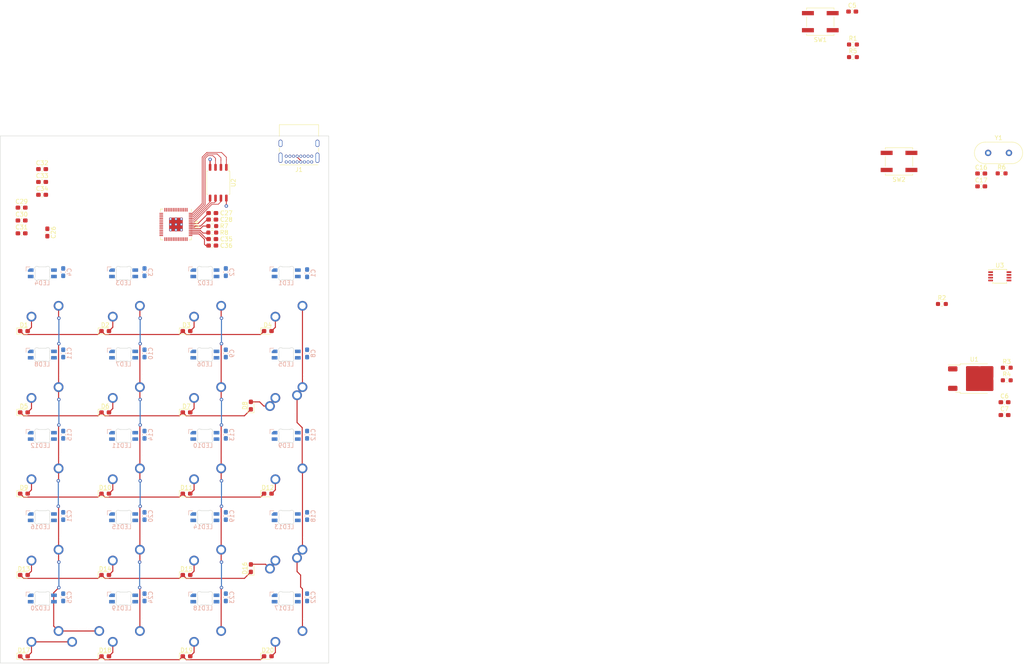
<source format=kicad_pcb>
(kicad_pcb (version 20221018) (generator pcbnew)
  (layers (0 "F.Cu" signal) (31 "B.Cu" signal) (34 "B.Paste" user) (35 "F.Paste" user) (36 "B.SilkS" user "B.Silkscreen") (37 "F.SilkS" user "F.Silkscreen") (38 "B.Mask" user) (39 "F.Mask" user) (44 "Edge.Cuts" user))
  (net 0 "")
  (net 1 "Net-(LED1-VDD)")
  (net 2 "GND")
  (net 3 "+3V3")
  (net 4 "+5V")
  (net 6 "XIN")
  (net 7 "Net-(C17-Pad2)")
  (net 8 "+1V1")
  (net 9 "ROW_0")
  (net 10 "Net-(D1-A)")
  (net 11 "Net-(D2-A)")
  (net 12 "Net-(D3-A)")
  (net 13 "Net-(D4-A)")
  (net 14 "ROW_1")
  (net 15 "Net-(D5-A)")
  (net 16 "Net-(D6-A)")
  (net 17 "Net-(D7-A)")
  (net 18 "Net-(D8-A)")
  (net 19 "ROW_2")
  (net 20 "Net-(D9-A)")
  (net 21 "Net-(D10-A)")
  (net 22 "Net-(D11-A)")
  (net 23 "Net-(D12-A)")
  (net 24 "ROW_3")
  (net 25 "Net-(D13-A)")
  (net 26 "Net-(D14-A)")
  (net 27 "Net-(D15-A)")
  (net 28 "Net-(D16-A)")
  (net 29 "ROW_4")
  (net 30 "Net-(D17-A)")
  (net 31 "Net-(D18-A)")
  (net 32 "Net-(D19-A)")
  (net 33 "Net-(D20-A)")
  (net 34 "Net-(LED1-DOUT)")
  (net 35 "Net-(LED2-DOUT)")
  (net 36 "Net-(LED3-DOUT)")
  (net 37 "Net-(LED4-DOUT)")
  (net 38 "Net-(LED5-DOUT)")
  (net 39 "Net-(LED6-DOUT)")
  (net 40 "Net-(LED7-DOUT)")
  (net 41 "Net-(LED8-DOUT)")
  (net 42 "Net-(LED10-DIN)")
  (net 43 "Net-(LED10-DOUT)")
  (net 44 "Net-(LED11-DOUT)")
  (net 45 "Net-(LED12-DOUT)")
  (net 46 "Net-(LED13-DOUT)")
  (net 47 "Net-(LED14-DOUT)")
  (net 48 "Net-(LED15-DOUT)")
  (net 49 "Net-(LED16-DOUT)")
  (net 50 "Net-(LED17-DOUT)")
  (net 51 "Net-(LED18-DOUT)")
  (net 52 "Net-(LED19-DOUT)")
  (net 53 "NEO_DOUT")
  (net 54 "COL_0")
  (net 55 "COL_1")
  (net 56 "COL_2")
  (net 57 "COL_3")
  (net 58 "QSPI_SS")
  (net 59 "NEO_DIN")
  (net 60 "Net-(LED1-DIN)")
  (net 61 "Net-(J1-CC2)")
  (net 62 "Net-(J1-CC1)")
  (net 63 "Net-(R5-Pad1)")
  (net 64 "XOUT")
  (net 65 "Net-(U4-USB_DP)")
  (net 67 "Net-(U4-USB_DM)")
  (net 69 "RESET")
  (net 70 "QSPI_SD1")
  (net 71 "QSPI_SD2")
  (net 72 "QSPI_SD0")
  (net 73 "QSPI_SCLK")
  (net 74 "QSPI_SD3")
  (net 77 "NEO_DATA")
  (net 111 "USB_D+")
  (net 112 "USB_D-")
  (footprint "PCM_marbastlib-mx:SW_MX_1u" (layer "F.Cu") (at 59.875 165.37375 180)
    (fp_text reference "MX23" hide)
    (fp_text value "MX_SW_solder" hide)
  )
  (footprint "Diode_SMD:D_0603_1608Metric_Pad1.05x0.95mm_HandSolder" (layer "F.Cu") (at 103.1875 97.63125)
    (fp_text reference "D4")
    (fp_text value "D_Small")
  )
  (footprint "PCM_marbastlib-mx:SW_MX_1u" (layer "F.Cu") (at 107.5 108.22375 180)
    (fp_text reference "MX8" hide)
    (fp_text value "MX_SW_solder" hide)
  )
  (footprint "PCM_marbastlib-mx:SW_MX_1u" (layer "F.Cu") (at 88.45 127.27375 180)
    (fp_text reference "MX12" hide)
    (fp_text value "MX_SW_solder" hide)
  )
  (footprint "Diode_SMD:D_0603_1608Metric_Pad1.05x0.95mm_HandSolder" (layer "F.Cu") (at 65.0875 173.83125)
    (fp_text reference "D18")
    (fp_text value "D_Small")
  )
  (footprint "PCM_marbastlib-mx:SW_MX_1u" (layer "F.Cu") (at 50.35 146.32375 180)
    (fp_text reference "MX14" hide)
    (fp_text value "MX_SW_solder" hide)
  )
  (footprint "Capacitor_SMD:C_0603_1608Metric_Pad1.08x0.95mm_HandSolder" (layer "F.Cu") (at 90.17 69.977)
    (fp_text reference "C27")
    (fp_text value "100nF")
  )
  (footprint "Diode_SMD:D_0603_1608Metric_Pad1.05x0.95mm_HandSolder" (layer "F.Cu") (at 84.1375 97.63125)
    (fp_text reference "D3")
    (fp_text value "D_Small")
  )
  (footprint "Capacitor_SMD:C_0603_1608Metric_Pad1.08x0.95mm_HandSolder" (layer "F.Cu") (at 50.3025 59.677)
    (fp_text reference "C32")
    (fp_text value "100nF")
  )
  (footprint "Resistor_SMD:R_0603_1608Metric_Pad0.98x0.95mm_HandSolder" (layer "F.Cu") (at 261.14375 91.28125)
    (fp_text reference "R2")
    (fp_text value "300-500 ohm")
  )
  (footprint "Package_SO:SOIC-8_5.23x5.23mm_P1.27mm" (layer "F.Cu") (at 91.5645 62.8675 -90)
    (fp_text reference "U2")
    (fp_text value "W25Q128JVS" hide)
  )
  (footprint "Capacitor_SMD:C_0603_1608Metric_Pad1.08x0.95mm_HandSolder" (layer "F.Cu") (at 275.8225 117.31)
    (fp_text reference "C7")
    (fp_text value "10uF")
  )
  (footprint "Package_SO:TSSOP-8_3x3mm_P0.65mm" (layer "F.Cu") (at 274.71 84.795)
    (fp_text reference "U3")
    (fp_text value "TXB0102DCT")
  )
  (footprint "PCM_marbastlib-mx:SW_MX_1u" (layer "F.Cu") (at 69.4 108.22375 180)
    (fp_text reference "MX6" hide)
    (fp_text value "MX_SW_solder" hide)
  )
  (footprint "Diode_SMD:D_0603_1608Metric_Pad1.05x0.95mm_HandSolder" (layer "F.Cu") (at 84.1375 116.68125)
    (fp_text reference "D7")
    (fp_text value "D_Small")
  )
  (footprint "Crystal:Crystal_HC49-U_Vertical" (layer "F.Cu") (at 271.98 55.88)
    (fp_text reference "Y1")
    (fp_text value "Crystal")
  )
  (footprint "Capacitor_SMD:C_0603_1608Metric_Pad1.08x0.95mm_HandSolder" (layer "F.Cu") (at 270.36 63.72)
    (fp_text reference "C17")
    (fp_text value "27pF")
  )
  (footprint "PCM_marbastlib-mx:SW_MX_1u" (layer "F.Cu") (at 69.4 165.37375 180)
    (fp_text reference "MX20" hide)
    (fp_text value "MX_SW_solder" hide)
  )
  (footprint "Diode_SMD:D_0603_1608Metric_Pad1.05x0.95mm_HandSolder" (layer "F.Cu") (at 84.1375 135.73125)
    (fp_text reference "D11")
    (fp_text value "D_Small")
  )
  (footprint "Capacitor_SMD:C_0603_1608Metric_Pad1.08x0.95mm_HandSolder" (layer "F.Cu") (at 90.17 77.597)
    (fp_text reference "C36")
    (fp_text value "1uF")
  )
  (footprint "Capacitor_SMD:C_0603_1608Metric_Pad1.08x0.95mm_HandSolder" (layer "F.Cu") (at 90.17 76.073)
    (fp_text reference "C35")
    (fp_text value "1uF")
  )
  (footprint "PCM_marbastlib-mx:SW_MX_1u" (layer "F.Cu") (at 107.5 127.27375 180)
    (fp_text reference "MX13" hide)
    (fp_text value "MX_SW_solder" hide)
  )
  (footprint "Resistor_SMD:R_0603_1608Metric_Pad0.98x0.95mm_HandSolder" (layer "F.Cu") (at 275.14 60.68)
    (fp_text reference "R6")
    (fp_text value "1k")
  )
  (footprint "PCM_marbastlib-mx:SW_MX_1u" (layer "F.Cu") (at 107.5 146.32375 180)
    (fp_text reference "MX17" hide)
    (fp_text value "MX_SW_solder" hide)
  )
  (footprint "PCM_marbastlib-mx:SW_MX_1u" (layer "F.Cu") (at 107.5 155.84875)
    (fp_text reference "MX18" hide)
    (fp_text value "MX_SW_solder" hide)
  )
  (footprint "Resistor_SMD:R_0603_1608Metric_Pad0.98x0.95mm_HandSolder" (layer "F.Cu") (at 90.17 74.549)
    (fp_text reference "R8")
    (fp_text value "27.4 ohm")
  )
  (footprint "Diode_SMD:D_0603_1608Metric_Pad1.05x0.95mm_HandSolder" (layer "F.Cu") (at 46.0375 97.63125)
    (fp_text reference "D1")
    (fp_text value "D_Small")
  )
  (footprint "PCM_marbastlib-mx:SW_MX_1u" (layer "F.Cu") (at 88.45 108.22375 180)
    (fp_text reference "MX7" hide)
    (fp_text value "MX_SW_solder" hide)
  )
  (footprint "PCM_marbastlib-mx:SW_MX_1u" (layer "F.Cu") (at 50.35 108.22375 180)
    (fp_text reference "MX5" hide)
    (fp_text value "MX_SW_solder" hide)
  )
  (footprint "Diode_SMD:D_0603_1608Metric_Pad1.05x0.95mm_HandSolder" (layer "F.Cu") (at 65.0875 154.78125)
    (fp_text reference "D14")
    (fp_text value "D_Small")
  )
  (footprint "PCM_marbastlib-mx:SW_MX_1u" (layer "F.Cu") (at 50.35 127.27375 180)
    (fp_text reference "MX10" hide)
    (fp_text value "MX_SW_solder" hide)
  )
  (footprint "Resistor_SMD:R_0603_1608Metric_Pad0.98x0.95mm_HandSolder" (layer "F.Cu") (at 276.3425 106.22)
    (fp_text reference "R3")
    (fp_text value "5.1k")
  )
  (footprint "Button_Switch_SMD:SW_Push_1P1T_NO_CK_KSC7xxJ" (layer "F.Cu") (at 232.65 25.13)
    (fp_text reference "SW1")
    (fp_text value "USB_Boot")
  )
  (footprint "PCM_marbastlib-mx:SW_MX_1u" (layer "F.Cu") (at 88.45 146.32375 180)
    (fp_text reference "MX16" hide)
    (fp_text value "MX_SW_solder" hide)
  )
  (footprint "PCM_marbastlib-mx:SW_MX_1u" (layer "F.Cu") (at 69.4 89.17375 180)
    (fp_text reference "MX2" hide)
    (fp_text value "MX_SW_solder" hide)
  )
  (footprint "Diode_SMD:D_0603_1608Metric_Pad1.05x0.95mm_HandSolder" (layer "F.Cu") (at 99.21875 153.19375 90)
    (fp_text reference "D16")
    (fp_text value "D_Small")
  )
  (footprint "PCM_marbastlib-mx:SW_MX_1u" (layer "F.Cu") (at 50.35 165.37375 180)
    (fp_text reference "MX19" hide)
    (fp_text value "MX_SW_solder" hide)
  )
  (footprint "Diode_SMD:D_0603_1608Metric_Pad1.05x0.95mm_HandSolder" (layer "F.Cu") (at 46.0375 154.78125)
    (fp_text reference "D13")
    (fp_text value "D_Small")
  )
  (footprint "Capacitor_SMD:C_0603_1608Metric_Pad1.08x0.95mm_HandSolder" (layer "F.Cu") (at 45.4925 74.727)
    (fp_text reference "C31")
    (fp_text value "100nF")
  )
  (footprint "PCM_marbastlib-mx:SW_MX_1u" (layer "F.Cu") (at 107.5 117.74875)
    (fp_text reference "MX9" hide)
    (fp_text value "MX_SW_solder" hide)
  )
  (footprint "Button_Switch_SMD:SW_Push_1P1T_NO_CK_KSC7xxJ" (layer "F.Cu") (at 251.1 57.88)
    (fp_text reference "SW2")
    (fp_text value "USB_Reset")
  )
  (footprint "Diode_SMD:D_0603_1608Metric_Pad1.05x0.95mm_HandSolder" (layer "F.Cu") (at 46.0375 173.83125)
    (fp_text reference "D17")
    (fp_text value "D_Small")
  )
  (footprint "Resistor_SMD:R_0603_1608Metric_Pad0.98x0.95mm_HandSolder" (layer "F.Cu") (at 240.3 33.43)
    (fp_text reference "R5")
    (fp_text value "1k")
  )
  (footprint "Diode_SMD:D_0603_1608Metric_Pad1.05x0.95mm_HandSolder" (layer "F.Cu") (at 84.1375 154.78125)
    (fp_text reference "D15")
    (fp_text value "D_Small")
  )
  (footprint "Diode_SMD:D_0603_1608Metric_Pad1.05x0.95mm_HandSolder" (layer "F.Cu") (at 65.0875 135.73125)
    (fp_text reference "D10")
    (fp_text value "D_Small")
  )
  (footprint "Diode_SMD:D_0603_1608Metric_Pad1.05x0.95mm_HandSolder" (layer "F.Cu") (at 99.21875 115.09375 90)
    (fp_text reference "D8")
    (fp_text value "D_Small")
  )
  (footprint "PCM_marbastlib-mx:SW_MX_1u" (layer "F.Cu") (at 50.35 89.17375 180)
    (fp_text reference "MX1" hide)
    (fp_text value "MX_SW_solder" hide)
  )
  (footprint "Capacitor_SMD:C_0603_1608Metric_Pad1.08x0.95mm_HandSolder" (layer "F.Cu") (at 45.4925 68.707)
    (fp_text reference "C29")
    (fp_text value "100nF")
  )
  (footprint "Capacitor_SMD:C_0603_1608Metric_Pad1.08x0.95mm_HandSolder" (layer "F.Cu") (at 275.8225 114.3)
    (fp_text reference "C6")
    (fp_text value "10uF")
  )
  (footprint "Diode_SMD:D_0603_1608Metric_Pad1.05x0.95mm_HandSolder" (layer "F.Cu") (at 65.0875 97.63125)
    (fp_text reference "D2")
    (fp_text value "D_Small")
  )
  (footprint "Capacitor_SMD:C_0603_1608Metric_Pad1.08x0.95mm_HandSolder" (layer "F.Cu") (at 51.5265 74.525 -90)
    (fp_text reference "C26")
    (fp_text value "100nF")
  )
  (footprint "Diode_SMD:D_0603_1608Metric_Pad1.05x0.95mm_HandSolder" (layer "F.Cu") (at 84.1375 173.83125)
    (fp_text reference "D19")
    (fp_text value "D_Small")
  )
  (footprint "Diode_SMD:D_0603_1608Metric_Pad1.05x0.95mm_HandSolder" (layer "F.Cu") (at 46.0375 135.73125)
    (fp_text reference "D9")
    (fp_text value "D_Small")
  )
  (footprint "Diode_SMD:D_0603_1608Metric_Pad1.05x0.95mm_HandSolder" (layer "F.Cu") (at 103.1875 173.83125)
    (fp_text reference "D20")
    (fp_text value "D_Small")
  )
  (footprint "PCM_marbastlib-mx:SW_MX_1u" (layer "F.Cu") (at 107.5 165.37375 180)
    (fp_text reference "MX22" hide)
    (fp_text value "MX_SW_solder" hide)
  )
  (footprint "PCM_marbastlib-mx:SW_MX_1u" (layer "F.Cu") (at 69.4 146.32375 180)
    (fp_text reference "MX15" hide)
    (fp_text value "MX_SW_solder" hide)
  )
  (footprint "Resistor_SMD:R_0603_1608Metric_Pad0.98x0.95mm_HandSolder" (layer "F.Cu") (at 240.3 30.48)
    (fp_text reference "R1")
    (fp_text value "10k (DNF)")
  )
  (footprint "Diode_SMD:D_0603_1608Metric_Pad1.05x0.95mm_HandSolder" (layer "F.Cu") (at 103.1875 135.73125)
    (fp_text reference "D12")
    (fp_text value "D_Small")
  )
  (footprint "PCM_marbastlib-mx:SW_MX_1u" (layer "F.Cu") (at 107.5 89.17375 180)
    (fp_text reference "MX4" hide)
    (fp_text value "MX_SW_solder" hide)
  )
  (footprint "PCM_marbastlib-mx:SW_MX_1u" (layer "F.Cu") (at 88.45 165.37375 180)
    (fp_text reference "MX21" hide)
    (fp_text value "MX_SW_solder" hide)
  )
  (footprint "Resistor_SMD:R_0603_1608Metric_Pad0.98x0.95mm_HandSolder" (layer "F.Cu") (at 276.3425 109.17)
    (fp_text reference "R4")
    (fp_text value "5.1k")
  )
  (footprint "PCM_marbastlib-mx:SW_MX_1u" (layer "F.Cu") (at 69.4 127.27375 180)
    (fp_text reference "MX11" hide)
    (fp_text value "MX_SW_solder" hide)
  )
  (footprint "MCU_RaspberryPi_and_Boards:RP2040-QFN-56" (layer "F.Cu") (at 81.6585 72.6465 -90)
    (fp_text reference "U4")
    (fp_text value "RP2040")
  )
  (footprint "PCM_marbastlib-mx:SW_MX_1u" (layer "F.Cu") (at 88.45 89.17375 180)
    (fp_text reference "MX3" hide)
    (fp_text value "MX_SW_solder" hide)
  )
  (footprint "Diode_SMD:D_0603_1608Metric_Pad1.05x0.95mm_HandSolder" (layer "F.Cu") (at 46.0375 116.68125)
    (fp_text reference "D5")
    (fp_text value "D_Small")
  )
  (footprint "Resistor_SMD:R_0603_1608Metric_Pad0.98x0.95mm_HandSolder" (layer "F.Cu") (at 90.17 73.025)
    (fp_text reference "R7")
    (fp_text value "27.4 ohm")
  )
  (footprint "Package_TO_SOT_SMD:TO-252-2" (layer "F.Cu") (at 268.7325 108.77)
    (fp_text reference "U1")
    (fp_text value "NCP1117-3.3_SOT223")
  )
  (footprint "Connector_USB:USB_C_Receptacle_GCT_USB4085" (layer "F.Cu") (at 113.465 58 180)
    (fp_text reference "J1")
    (fp_text value "USB_C_Receptacle_USB2.0")
  )
  (footprint "Capacitor_SMD:C_0603_1608Metric_Pad1.08x0.95mm_HandSolder" (layer "F.Cu") (at 270.36 60.71)
    (fp_text reference "C16")
    (fp_text value "27pF")
  )
  (footprint "Capacitor_SMD:C_0603_1608Metric_Pad1.08x0.95mm_HandSolder" (layer "F.Cu") (at 90.17 71.501)
    (fp_text reference "C28")
    (fp_text value "100nF")
  )
  (footprint "Capacitor_SMD:C_0603_1608Metric_Pad1.08x0.95mm_HandSolder" (layer "F.Cu") (at 50.3025 62.687)
    (fp_text reference "C33")
    (fp_text value "100nF")
  )
  (footprint "Capacitor_SMD:C_0603_1608Metric_Pad1.08x0.95mm_HandSolder" (layer "F.Cu") (at 45.4925 71.717)
    (fp_text reference "C30")
    (fp_text value "100nF")
  )
  (footprint "Capacitor_SMD:C_0603_1608Metric_Pad1.08x0.95mm_HandSolder" (layer "F.Cu") (at 50.3025 65.697)
    (fp_text reference "C34")
    (fp_text value "100nF")
  )
  (footprint "Diode_SMD:D_0603_1608Metric_Pad1.05x0.95mm_HandSolder" (layer "F.Cu") (at 65.0875 116.68125)
    (fp_text reference "D6")
    (fp_text value "D_Small")
  )
  (footprint "Capacitor_SMD:C_0603_1608Metric_Pad1.08x0.95mm_HandSolder" (layer "F.Cu") (at 240.13 22.76)
    (fp_text reference "C5")
    (fp_text value "100nF")
  )
  (footprint "Capacitor_SMD:C_0603_1608Metric_Pad1.08x0.95mm_HandSolder" (layer "B.Cu") (at 93.345 102.87 90)
    (fp_text reference "C9")
    (fp_text value "100nF")
  )
  (footprint "Capacitor_SMD:C_0603_1608Metric_Pad1.08x0.95mm_HandSolder" (layer "B.Cu") (at 74.295 83.82 90)
    (fp_text reference "C3")
    (fp_text value "100nF")
  )
  (footprint "PCM_marbastlib-mx:LED_MX_6028R" (layer "B.Cu") (at 88.45 103.14375)
    (fp_text reference "LED6")
    (fp_text value "MX_SK6812MINI-E" hide)
    (fp_line (start -1.699999 0.702843) (end -1.699999 -0.702841) (stroke (width 0.1)) (layer "Edge.Cuts"))
    (fp_line (start -0.794452 -1.499999) (end 0.794452 -1.499999) (stroke (width 0.1)) (layer "Edge.Cuts"))
    (fp_line (start 0.794452 1.5) (end -0.794453 1.5) (stroke (width 0.1)) (layer "Edge.Cuts"))
    (fp_line (start 1.699999 -0.702841) (end 1.699999 0.702843) (stroke (width 0.1)) (layer "Edge.Cuts"))
    (fp_arc (start -1.749484 -0.919719) (mid -1.712527 -0.814067) (end -1.699999 -0.702841) (stroke (width 0.1)) (layer "Edge.Cuts"))
    (fp_arc (start -1.749484 -0.919718) (mid -1.638072 -1.504034) (end -1.046711 -1.568298) (stroke (width 0.1)) (layer "Edge.Cuts"))
    (fp_arc (start -1.699999 0.702844) (mid -1.712527 0.814069) (end -1.749484 0.919721) (stroke (width 0.1)) (layer "Edge.Cuts"))
    (fp_arc (start -1.046711 1.568299) (mid -1.638071 1.504036) (end -1.749484 0.919721) (stroke (width 0.1)) (layer "Edge.Cuts"))
    (fp_arc (start -1.046711 1.568299) (mid -0.925123 1.517377) (end -0.794453 1.5) (stroke (width 0.1)) (layer "Edge.Cuts"))
    (fp_arc (start -0.794452 -1.499999) (mid -0.925123 -1.517376) (end -1.046711 -1.568298) (stroke (width 0.1)) (layer "Edge.Cuts"))
    (fp_arc (start 0.794453 1.500001) (mid 0.925123 1.517378) (end 1.046711 1.5683) (stroke (width 0.1)) (layer "Edge.Cuts"))
    (fp_arc (start 1.04671 -1.568298) (mid 0.925122 -1.517376) (end 0.794452 -1.499999) (stroke (width 0.1)) (layer "Edge.Cuts"))
    (fp_arc (start 1.046711 -1.568296) (mid 1.63807 -1.504033) (end 1.749484 -0.919719) (stroke (width 0.1)) (layer "Edge.Cuts"))
    (fp_arc (start 1.699999 -0.702842) (mid 1.712522 -0.814068) (end 1.749484 -0.919719) (stroke (width 0.1)) (layer "Edge.Cuts"))
    (fp_arc (start 1.749484 0.919721) (mid 1.638072 1.504036) (end 1.046711 1.5683) (stroke (width 0.1)) (layer "Edge.Cuts"))
    (fp_arc (start 1.749484 0.919721) (mid 1.712529 0.814069) (end 1.699999 0.702843) (stroke (width 0.1)) (layer "Edge.Cuts"))
  )
  (footprint "PCM_marbastlib-mx:LED_MX_6028R" (layer "B.Cu") (at 107.5 103.14375)
    (fp_text reference "LED5")
    (fp_text value "MX_SK6812MINI-E" hide)
    (fp_line (start -1.699999 0.702843) (end -1.699999 -0.702841) (stroke (width 0.1)) (layer "Edge.Cuts"))
    (fp_line (start -0.794452 -1.499999) (end 0.794452 -1.499999) (stroke (width 0.1)) (layer "Edge.Cuts"))
    (fp_line (start 0.794452 1.5) (end -0.794453 1.5) (stroke (width 0.1)) (layer "Edge.Cuts"))
    (fp_line (start 1.699999 -0.702841) (end 1.699999 0.702843) (stroke (width 0.1)) (layer "Edge.Cuts"))
    (fp_arc (start -1.749484 -0.919719) (mid -1.712527 -0.814067) (end -1.699999 -0.702841) (stroke (width 0.1)) (layer "Edge.Cuts"))
    (fp_arc (start -1.749484 -0.919718) (mid -1.638072 -1.504034) (end -1.046711 -1.568298) (stroke (width 0.1)) (layer "Edge.Cuts"))
    (fp_arc (start -1.699999 0.702844) (mid -1.712527 0.814069) (end -1.749484 0.919721) (stroke (width 0.1)) (layer "Edge.Cuts"))
    (fp_arc (start -1.046711 1.568299) (mid -1.638071 1.504036) (end -1.749484 0.919721) (stroke (width 0.1)) (layer "Edge.Cuts"))
    (fp_arc (start -1.046711 1.568299) (mid -0.925123 1.517377) (end -0.794453 1.5) (stroke (width 0.1)) (layer "Edge.Cuts"))
    (fp_arc (start -0.794452 -1.499999) (mid -0.925123 -1.517376) (end -1.046711 -1.568298) (stroke (width 0.1)) (layer "Edge.Cuts"))
    (fp_arc (start 0.794453 1.500001) (mid 0.925123 1.517378) (end 1.046711 1.5683) (stroke (width 0.1)) (layer "Edge.Cuts"))
    (fp_arc (start 1.04671 -1.568298) (mid 0.925122 -1.517376) (end 0.794452 -1.499999) (stroke (width 0.1)) (layer "Edge.Cuts"))
    (fp_arc (start 1.046711 -1.568296) (mid 1.63807 -1.504033) (end 1.749484 -0.919719) (stroke (width 0.1)) (layer "Edge.Cuts"))
    (fp_arc (start 1.699999 -0.702842) (mid 1.712522 -0.814068) (end 1.749484 -0.919719) (stroke (width 0.1)) (layer "Edge.Cuts"))
    (fp_arc (start 1.749484 0.919721) (mid 1.638072 1.504036) (end 1.046711 1.5683) (stroke (width 0.1)) (layer "Edge.Cuts"))
    (fp_arc (start 1.749484 0.919721) (mid 1.712529 0.814069) (end 1.699999 0.702843) (stroke (width 0.1)) (layer "Edge.Cuts"))
  )
  (footprint "PCM_marbastlib-mx:LED_MX_6028R" (layer "B.Cu") (at 69.4 141.24375)
    (fp_text reference "LED15")
    (fp_text value "MX_SK6812MINI-E" hide)
    (fp_line (start -1.699999 0.702843) (end -1.699999 -0.702841) (stroke (width 0.1)) (layer "Edge.Cuts"))
    (fp_line (start -0.794452 -1.499999) (end 0.794452 -1.499999) (stroke (width 0.1)) (layer "Edge.Cuts"))
    (fp_line (start 0.794452 1.5) (end -0.794453 1.5) (stroke (width 0.1)) (layer "Edge.Cuts"))
    (fp_line (start 1.699999 -0.702841) (end 1.699999 0.702843) (stroke (width 0.1)) (layer "Edge.Cuts"))
    (fp_arc (start -1.749484 -0.919719) (mid -1.712527 -0.814067) (end -1.699999 -0.702841) (stroke (width 0.1)) (layer "Edge.Cuts"))
    (fp_arc (start -1.749484 -0.919718) (mid -1.638072 -1.504034) (end -1.046711 -1.568298) (stroke (width 0.1)) (layer "Edge.Cuts"))
    (fp_arc (start -1.699999 0.702844) (mid -1.712527 0.814069) (end -1.749484 0.919721) (stroke (width 0.1)) (layer "Edge.Cuts"))
    (fp_arc (start -1.046711 1.568299) (mid -1.638071 1.504036) (end -1.749484 0.919721) (stroke (width 0.1)) (layer "Edge.Cuts"))
    (fp_arc (start -1.046711 1.568299) (mid -0.925123 1.517377) (end -0.794453 1.5) (stroke (width 0.1)) (layer "Edge.Cuts"))
    (fp_arc (start -0.794452 -1.499999) (mid -0.925123 -1.517376) (end -1.046711 -1.568298) (stroke (width 0.1)) (layer "Edge.Cuts"))
    (fp_arc (start 0.794453 1.500001) (mid 0.925123 1.517378) (end 1.046711 1.5683) (stroke (width 0.1)) (layer "Edge.Cuts"))
    (fp_arc (start 1.04671 -1.568298) (mid 0.925122 -1.517376) (end 0.794452 -1.499999) (stroke (width 0.1)) (layer "Edge.Cuts"))
    (fp_arc (start 1.046711 -1.568296) (mid 1.63807 -1.504033) (end 1.749484 -0.919719) (stroke (width 0.1)) (layer "Edge.Cuts"))
    (fp_arc (start 1.699999 -0.702842) (mid 1.712522 -0.814068) (end 1.749484 -0.919719) (stroke (width 0.1)) (layer "Edge.Cuts"))
    (fp_arc (start 1.749484 0.919721) (mid 1.638072 1.504036) (end 1.046711 1.5683) (stroke (width 0.1)) (layer "Edge.Cuts"))
    (fp_arc (start 1.749484 0.919721) (mid 1.712529 0.814069) (end 1.699999 0.702843) (stroke (width 0.1)) (layer "Edge.Cuts"))
  )
  (footprint "PCM_marbastlib-mx:LED_MX_6028R" (layer "B.Cu") (at 107.5 84.09375)
    (fp_text reference "LED1")
    (fp_text value "MX_SK6812MINI-E" hide)
    (fp_line (start -1.699999 0.702843) (end -1.699999 -0.702841) (stroke (width 0.1)) (layer "Edge.Cuts"))
    (fp_line (start -0.794452 -1.499999) (end 0.794452 -1.499999) (stroke (width 0.1)) (layer "Edge.Cuts"))
    (fp_line (start 0.794452 1.5) (end -0.794453 1.5) (stroke (width 0.1)) (layer "Edge.Cuts"))
    (fp_line (start 1.699999 -0.702841) (end 1.699999 0.702843) (stroke (width 0.1)) (layer "Edge.Cuts"))
    (fp_arc (start -1.749484 -0.919719) (mid -1.712527 -0.814067) (end -1.699999 -0.702841) (stroke (width 0.1)) (layer "Edge.Cuts"))
    (fp_arc (start -1.749484 -0.919718) (mid -1.638072 -1.504034) (end -1.046711 -1.568298) (stroke (width 0.1)) (layer "Edge.Cuts"))
    (fp_arc (start -1.699999 0.702844) (mid -1.712527 0.814069) (end -1.749484 0.919721) (stroke (width 0.1)) (layer "Edge.Cuts"))
    (fp_arc (start -1.046711 1.568299) (mid -1.638071 1.504036) (end -1.749484 0.919721) (stroke (width 0.1)) (layer "Edge.Cuts"))
    (fp_arc (start -1.046711 1.568299) (mid -0.925123 1.517377) (end -0.794453 1.5) (stroke (width 0.1)) (layer "Edge.Cuts"))
    (fp_arc (start -0.794452 -1.499999) (mid -0.925123 -1.517376) (end -1.046711 -1.568298) (stroke (width 0.1)) (layer "Edge.Cuts"))
    (fp_arc (start 0.794453 1.500001) (mid 0.925123 1.517378) (end 1.046711 1.5683) (stroke (width 0.1)) (layer "Edge.Cuts"))
    (fp_arc (start 1.04671 -1.568298) (mid 0.925122 -1.517376) (end 0.794452 -1.499999) (stroke (width 0.1)) (layer "Edge.Cuts"))
    (fp_arc (start 1.046711 -1.568296) (mid 1.63807 -1.504033) (end 1.749484 -0.919719) (stroke (width 0.1)) (layer "Edge.Cuts"))
    (fp_arc (start 1.699999 -0.702842) (mid 1.712522 -0.814068) (end 1.749484 -0.919719) (stroke (width 0.1)) (layer "Edge.Cuts"))
    (fp_arc (start 1.749484 0.919721) (mid 1.638072 1.504036) (end 1.046711 1.5683) (stroke (width 0.1)) (layer "Edge.Cuts"))
    (fp_arc (start 1.749484 0.919721) (mid 1.712529 0.814069) (end 1.699999 0.702843) (stroke (width 0.1)) (layer "Edge.Cuts"))
  )
  (footprint "PCM_marbastlib-mx:LED_MX_6028R" (layer "B.Cu") (at 88.45 160.29375)
    (fp_text reference "LED18")
    (fp_text value "MX_SK6812MINI-E" hide)
    (fp_line (start -1.699999 0.702843) (end -1.699999 -0.702841) (stroke (width 0.1)) (layer "Edge.Cuts"))
    (fp_line (start -0.794452 -1.499999) (end 0.794452 -1.499999) (stroke (width 0.1)) (layer "Edge.Cuts"))
    (fp_line (start 0.794452 1.5) (end -0.794453 1.5) (stroke (width 0.1)) (layer "Edge.Cuts"))
    (fp_line (start 1.699999 -0.702841) (end 1.699999 0.702843) (stroke (width 0.1)) (layer "Edge.Cuts"))
    (fp_arc (start -1.749484 -0.919719) (mid -1.712527 -0.814067) (end -1.699999 -0.702841) (stroke (width 0.1)) (layer "Edge.Cuts"))
    (fp_arc (start -1.749484 -0.919718) (mid -1.638072 -1.504034) (end -1.046711 -1.568298) (stroke (width 0.1)) (layer "Edge.Cuts"))
    (fp_arc (start -1.699999 0.702844) (mid -1.712527 0.814069) (end -1.749484 0.919721) (stroke (width 0.1)) (layer "Edge.Cuts"))
    (fp_arc (start -1.046711 1.568299) (mid -1.638071 1.504036) (end -1.749484 0.919721) (stroke (width 0.1)) (layer "Edge.Cuts"))
    (fp_arc (start -1.046711 1.568299) (mid -0.925123 1.517377) (end -0.794453 1.5) (stroke (width 0.1)) (layer "Edge.Cuts"))
    (fp_arc (start -0.794452 -1.499999) (mid -0.925123 -1.517376) (end -1.046711 -1.568298) (stroke (width 0.1)) (layer "Edge.Cuts"))
    (fp_arc (start 0.794453 1.500001) (mid 0.925123 1.517378) (end 1.046711 1.5683) (stroke (width 0.1)) (layer "Edge.Cuts"))
    (fp_arc (start 1.04671 -1.568298) (mid 0.925122 -1.517376) (end 0.794452 -1.499999) (stroke (width 0.1)) (layer "Edge.Cuts"))
    (fp_arc (start 1.046711 -1.568296) (mid 1.63807 -1.504033) (end 1.749484 -0.919719) (stroke (width 0.1)) (layer "Edge.Cuts"))
    (fp_arc (start 1.699999 -0.702842) (mid 1.712522 -0.814068) (end 1.749484 -0.919719) (stroke (width 0.1)) (layer "Edge.Cuts"))
    (fp_arc (start 1.749484 0.919721) (mid 1.638072 1.504036) (end 1.046711 1.5683) (stroke (width 0.1)) (layer "Edge.Cuts"))
    (fp_arc (start 1.749484 0.919721) (mid 1.712529 0.814069) (end 1.699999 0.702843) (stroke (width 0.1)) (layer "Edge.Cuts"))
  )
  (footprint "Capacitor_SMD:C_0603_1608Metric_Pad1.08x0.95mm_HandSolder" (layer "B.Cu") (at 74.295 121.92 90)
    (fp_text reference "C14")
    (fp_text value "100nF")
  )
  (footprint "PCM_marbastlib-mx:LED_MX_6028R" (layer "B.Cu") (at 107.5 141.24375)
    (fp_text reference "LED13")
    (fp_text value "MX_SK6812MINI-E" hide)
    (fp_line (start -1.699999 0.702843) (end -1.699999 -0.702841) (stroke (width 0.1)) (layer "Edge.Cuts"))
    (fp_line (start -0.794452 -1.499999) (end 0.794452 -1.499999) (stroke (width 0.1)) (layer "Edge.Cuts"))
    (fp_line (start 0.794452 1.5) (end -0.794453 1.5) (stroke (width 0.1)) (layer "Edge.Cuts"))
    (fp_line (start 1.699999 -0.702841) (end 1.699999 0.702843) (stroke (width 0.1)) (layer "Edge.Cuts"))
    (fp_arc (start -1.749484 -0.919719) (mid -1.712527 -0.814067) (end -1.699999 -0.702841) (stroke (width 0.1)) (layer "Edge.Cuts"))
    (fp_arc (start -1.749484 -0.919718) (mid -1.638072 -1.504034) (end -1.046711 -1.568298) (stroke (width 0.1)) (layer "Edge.Cuts"))
    (fp_arc (start -1.699999 0.702844) (mid -1.712527 0.814069) (end -1.749484 0.919721) (stroke (width 0.1)) (layer "Edge.Cuts"))
    (fp_arc (start -1.046711 1.568299) (mid -1.638071 1.504036) (end -1.749484 0.919721) (stroke (width 0.1)) (layer "Edge.Cuts"))
    (fp_arc (start -1.046711 1.568299) (mid -0.925123 1.517377) (end -0.794453 1.5) (stroke (width 0.1)) (layer "Edge.Cuts"))
    (fp_arc (start -0.794452 -1.499999) (mid -0.925123 -1.517376) (end -1.046711 -1.568298) (stroke (width 0.1)) (layer "Edge.Cuts"))
    (fp_arc (start 0.794453 1.500001) (mid 0.925123 1.517378) (end 1.046711 1.5683) (stroke (width 0.1)) (layer "Edge.Cuts"))
    (fp_arc (start 1.04671 -1.568298) (mid 0.925122 -1.517376) (end 0.794452 -1.499999) (stroke (width 0.1)) (layer "Edge.Cuts"))
    (fp_arc (start 1.046711 -1.568296) (mid 1.63807 -1.504033) (end 1.749484 -0.919719) (stroke (width 0.1)) (layer "Edge.Cuts"))
    (fp_arc (start 1.699999 -0.702842) (mid 1.712522 -0.814068) (end 1.749484 -0.919719) (stroke (width 0.1)) (layer "Edge.Cuts"))
    (fp_arc (start 1.749484 0.919721) (mid 1.638072 1.504036) (end 1.046711 1.5683) (stroke (width 0.1)) (layer "Edge.Cuts"))
    (fp_arc (start 1.749484 0.919721) (mid 1.712529 0.814069) (end 1.699999 0.702843) (stroke (width 0.1)) (layer "Edge.Cuts"))
  )
  (footprint "PCM_marbastlib-mx:LED_MX_6028R" (layer "B.Cu") (at 50.35 160.29375)
    (fp_text reference "LED20")
    (fp_text value "MX_SK6812MINI-E" hide)
    (fp_line (start -1.699999 0.702843) (end -1.699999 -0.702841) (stroke (width 0.1)) (layer "Edge.Cuts"))
    (fp_line (start -0.794452 -1.499999) (end 0.794452 -1.499999) (stroke (width 0.1)) (layer "Edge.Cuts"))
    (fp_line (start 0.794452 1.5) (end -0.794453 1.5) (stroke (width 0.1)) (layer "Edge.Cuts"))
    (fp_line (start 1.699999 -0.702841) (end 1.699999 0.702843) (stroke (width 0.1)) (layer "Edge.Cuts"))
    (fp_arc (start -1.749484 -0.919719) (mid -1.712527 -0.814067) (end -1.699999 -0.702841) (stroke (width 0.1)) (layer "Edge.Cuts"))
    (fp_arc (start -1.749484 -0.919718) (mid -1.638072 -1.504034) (end -1.046711 -1.568298) (stroke (width 0.1)) (layer "Edge.Cuts"))
    (fp_arc (start -1.699999 0.702844) (mid -1.712527 0.814069) (end -1.749484 0.919721) (stroke (width 0.1)) (layer "Edge.Cuts"))
    (fp_arc (start -1.046711 1.568299) (mid -1.638071 1.504036) (end -1.749484 0.919721) (stroke (width 0.1)) (layer "Edge.Cuts"))
    (fp_arc (start -1.046711 1.568299) (mid -0.925123 1.517377) (end -0.794453 1.5) (stroke (width 0.1)) (layer "Edge.Cuts"))
    (fp_arc (start -0.794452 -1.499999) (mid -0.925123 -1.517376) (end -1.046711 -1.568298) (stroke (width 0.1)) (layer "Edge.Cuts"))
    (fp_arc (start 0.794453 1.500001) (mid 0.925123 1.517378) (end 1.046711 1.5683) (stroke (width 0.1)) (layer "Edge.Cuts"))
    (fp_arc (start 1.04671 -1.568298) (mid 0.925122 -1.517376) (end 0.794452 -1.499999) (stroke (width 0.1)) (layer "Edge.Cuts"))
    (fp_arc (start 1.046711 -1.568296) (mid 1.63807 -1.504033) (end 1.749484 -0.919719) (stroke (width 0.1)) (layer "Edge.Cuts"))
    (fp_arc (start 1.699999 -0.702842) (mid 1.712522 -0.814068) (end 1.749484 -0.919719) (stroke (width 0.1)) (layer "Edge.Cuts"))
    (fp_arc (start 1.749484 0.919721) (mid 1.638072 1.504036) (end 1.046711 1.5683) (stroke (width 0.1)) (layer "Edge.Cuts"))
    (fp_arc (start 1.749484 0.919721) (mid 1.712529 0.814069) (end 1.699999 0.702843) (stroke (width 0.1)) (layer "Edge.Cuts"))
  )
  (footprint "PCM_marbastlib-mx:LED_MX_6028R" (layer "B.Cu") (at 107.5 122.19375)
    (fp_text reference "LED9")
    (fp_text value "MX_SK6812MINI-E" hide)
    (fp_line (start -1.699999 0.702843) (end -1.699999 -0.702841) (stroke (width 0.1)) (layer "Edge.Cuts"))
    (fp_line (start -0.794452 -1.499999) (end 0.794452 -1.499999) (stroke (width 0.1)) (layer "Edge.Cuts"))
    (fp_line (start 0.794452 1.5) (end -0.794453 1.5) (stroke (width 0.1)) (layer "Edge.Cuts"))
    (fp_line (start 1.699999 -0.702841) (end 1.699999 0.702843) (stroke (width 0.1)) (layer "Edge.Cuts"))
    (fp_arc (start -1.749484 -0.919719) (mid -1.712527 -0.814067) (end -1.699999 -0.702841) (stroke (width 0.1)) (layer "Edge.Cuts"))
    (fp_arc (start -1.749484 -0.919718) (mid -1.638072 -1.504034) (end -1.046711 -1.568298) (stroke (width 0.1)) (layer "Edge.Cuts"))
    (fp_arc (start -1.699999 0.702844) (mid -1.712527 0.814069) (end -1.749484 0.919721) (stroke (width 0.1)) (layer "Edge.Cuts"))
    (fp_arc (start -1.046711 1.568299) (mid -1.638071 1.504036) (end -1.749484 0.919721) (stroke (width 0.1)) (layer "Edge.Cuts"))
    (fp_arc (start -1.046711 1.568299) (mid -0.925123 1.517377) (end -0.794453 1.5) (stroke (width 0.1)) (layer "Edge.Cuts"))
    (fp_arc (start -0.794452 -1.499999) (mid -0.925123 -1.517376) (end -1.046711 -1.568298) (stroke (width 0.1)) (layer "Edge.Cuts"))
    (fp_arc (start 0.794453 1.500001) (mid 0.925123 1.517378) (end 1.046711 1.5683) (stroke (width 0.1)) (layer "Edge.Cuts"))
    (fp_arc (start 1.04671 -1.568298) (mid 0.925122 -1.517376) (end 0.794452 -1.499999) (stroke (width 0.1)) (layer "Edge.Cuts"))
    (fp_arc (start 1.046711 -1.568296) (mid 1.63807 -1.504033) (end 1.749484 -0.919719) (stroke (width 0.1)) (layer "Edge.Cuts"))
    (fp_arc (start 1.699999 -0.702842) (mid 1.712522 -0.814068) (end 1.749484 -0.919719) (stroke (width 0.1)) (layer "Edge.Cuts"))
    (fp_arc (start 1.749484 0.919721) (mid 1.638072 1.504036) (end 1.046711 1.5683) (stroke (width 0.1)) (layer "Edge.Cuts"))
    (fp_arc (start 1.749484 0.919721) (mid 1.712529 0.814069) (end 1.699999 0.702843) (stroke (width 0.1)) (layer "Edge.Cuts"))
  )
  (footprint "Capacitor_SMD:C_0603_1608Metric_Pad1.08x0.95mm_HandSolder" (layer "B.Cu") (at 93.345 121.92 90)
    (fp_text reference "C13")
    (fp_text value "100nF")
  )
  (footprint "Capacitor_SMD:C_0603_1608Metric_Pad1.08x0.95mm_HandSolder" (layer "B.Cu") (at 93.345 83.82 90)
    (fp_text reference "C2")
    (fp_text value "100nF")
  )
  (footprint "Capacitor_SMD:C_0603_1608Metric_Pad1.08x0.95mm_HandSolder" (layer "B.Cu") (at 55.245 140.97 90)
    (fp_text reference "C21")
    (fp_text value "100nF")
  )
  (footprint "PCM_marbastlib-mx:LED_MX_6028R" (layer "B.Cu") (at 69.4 160.29375)
    (fp_text reference "LED19")
    (fp_text value "MX_SK6812MINI-E" hide)
    (fp_line (start -1.699999 0.702843) (end -1.699999 -0.702841) (stroke (width 0.1)) (layer "Edge.Cuts"))
    (fp_line (start -0.794452 -1.499999) (end 0.794452 -1.499999) (stroke (width 0.1)) (layer "Edge.Cuts"))
    (fp_line (start 0.794452 1.5) (end -0.794453 1.5) (stroke (width 0.1)) (layer "Edge.Cuts"))
    (fp_line (start 1.699999 -0.702841) (end 1.699999 0.702843) (stroke (width 0.1)) (layer "Edge.Cuts"))
    (fp_arc (start -1.749484 -0.919719) (mid -1.712527 -0.814067) (end -1.699999 -0.702841) (stroke (width 0.1)) (layer "Edge.Cuts"))
    (fp_arc (start -1.749484 -0.919718) (mid -1.638072 -1.504034) (end -1.046711 -1.568298) (stroke (width 0.1)) (layer "Edge.Cuts"))
    (fp_arc (start -1.699999 0.702844) (mid -1.712527 0.814069) (end -1.749484 0.919721) (stroke (width 0.1)) (layer "Edge.Cuts"))
    (fp_arc (start -1.046711 1.568299) (mid -1.638071 1.504036) (end -1.749484 0.919721) (stroke (width 0.1)) (layer "Edge.Cuts"))
    (fp_arc (start -1.046711 1.568299) (mid -0.925123 1.517377) (end -0.794453 1.5) (stroke (width 0.1)) (layer "Edge.Cuts"))
    (fp_arc (start -0.794452 -1.499999) (mid -0.925123 -1.517376) (end -1.046711 -1.568298) (stroke (width 0.1)) (layer "Edge.Cuts"))
    (fp_arc (start 0.794453 1.500001) (mid 0.925123 1.517378) (end 1.046711 1.5683) (stroke (width 0.1)) (layer "Edge.Cuts"))
    (fp_arc (start 1.04671 -1.568298) (mid 0.925122 -1.517376) (end 0.794452 -1.499999) (stroke (width 0.1)) (layer "Edge.Cuts"))
    (fp_arc (start 1.046711 -1.568296) (mid 1.63807 -1.504033) (end 1.749484 -0.919719) (stroke (width 0.1)) (layer "Edge.Cuts"))
    (fp_arc (start 1.699999 -0.702842) (mid 1.712522 -0.814068) (end 1.749484 -0.919719) (stroke (width 0.1)) (layer "Edge.Cuts"))
    (fp_arc (start 1.749484 0.919721) (mid 1.638072 1.504036) (end 1.046711 1.5683) (stroke (width 0.1)) (layer "Edge.Cuts"))
    (fp_arc (start 1.749484 0.919721) (mid 1.712529 0.814069) (end 1.699999 0.702843) (stroke (width 0.1)) (layer "Edge.Cuts"))
  )
  (footprint "Capacitor_SMD:C_0603_1608Metric_Pad1.08x0.95mm_HandSolder" (layer "B.Cu") (at 93.345 160.02 90)
    (fp_text reference "C23")
    (fp_text value "100nF")
  )
  (footprint "Capacitor_SMD:C_0603_1608Metric_Pad1.08x0.95mm_HandSolder" (layer "B.Cu") (at 112.395 84.074 90)
    (fp_text reference "C1")
    (fp_text value "100nF")
  )
  (footprint "Capacitor_SMD:C_0603_1608Metric_Pad1.08x0.95mm_HandSolder" (layer "B.Cu") (at 112.395 160.02 90)
    (fp_text reference "C22")
    (fp_text value "100nF")
  )
  (footprint "PCM_marbastlib-mx:LED_MX_6028R" (layer "B.Cu") (at 69.4 84.09375)
    (fp_text reference "LED3")
    (fp_text value "MX_SK6812MINI-E" hide)
    (fp_line (start -1.699999 0.702843) (end -1.699999 -0.702841) (stroke (width 0.1)) (layer "Edge.Cuts"))
    (fp_line (start -0.794452 -1.499999) (end 0.794452 -1.499999) (stroke (width 0.1)) (layer "Edge.Cuts"))
    (fp_line (start 0.794452 1.5) (end -0.794453 1.5) (stroke (width 0.1)) (layer "Edge.Cuts"))
    (fp_line (start 1.699999 -0.702841) (end 1.699999 0.702843) (stroke (width 0.1)) (layer "Edge.Cuts"))
    (fp_arc (start -1.749484 -0.919719) (mid -1.712527 -0.814067) (end -1.699999 -0.702841) (stroke (width 0.1)) (layer "Edge.Cuts"))
    (fp_arc (start -1.749484 -0.919718) (mid -1.638072 -1.504034) (end -1.046711 -1.568298) (stroke (width 0.1)) (layer "Edge.Cuts"))
    (fp_arc (start -1.699999 0.702844) (mid -1.712527 0.814069) (end -1.749484 0.919721) (stroke (width 0.1)) (layer "Edge.Cuts"))
    (fp_arc (start -1.046711 1.568299) (mid -1.638071 1.504036) (end -1.749484 0.919721) (stroke (width 0.1)) (layer "Edge.Cuts"))
    (fp_arc (start -1.046711 1.568299) (mid -0.925123 1.517377) (end -0.794453 1.5) (stroke (width 0.1)) (layer "Edge.Cuts"))
    (fp_arc (start -0.794452 -1.499999) (mid -0.925123 -1.517376) (end -1.046711 -1.568298) (stroke (width 0.1)) (layer "Edge.Cuts"))
    (fp_arc (start 0.794453 1.500001) (mid 0.925123 1.517378) (end 1.046711 1.5683) (stroke (width 0.1)) (layer "Edge.Cuts"))
    (fp_arc (start 1.04671 -1.568298) (mid 0.925122 -1.517376) (end 0.794452 -1.499999) (stroke (width 0.1)) (layer "Edge.Cuts"))
    (fp_arc (start 1.046711 -1.568296) (mid 1.63807 -1.504033) (end 1.749484 -0.919719) (stroke (width 0.1)) (layer "Edge.Cuts"))
    (fp_arc (start 1.699999 -0.702842) (mid 1.712522 -0.814068) (end 1.749484 -0.919719) (stroke (width 0.1)) (layer "Edge.Cuts"))
    (fp_arc (start 1.749484 0.919721) (mid 1.638072 1.504036) (end 1.046711 1.5683) (stroke (width 0.1)) (layer "Edge.Cuts"))
    (fp_arc (start 1.749484 0.919721) (mid 1.712529 0.814069) (end 1.699999 0.702843) (stroke (width 0.1)) (layer "Edge.Cuts"))
  )
  (footprint "Capacitor_SMD:C_0603_1608Metric_Pad1.08x0.95mm_HandSolder" (layer "B.Cu") (at 112.395 121.92 90)
    (fp_text reference "C12")
    (fp_text value "100nF")
  )
  (footprint "Capacitor_SMD:C_0603_1608Metric_Pad1.08x0.95mm_HandSolder" (layer "B.Cu") (at 74.295 160.02 90)
    (fp_text reference "C24")
    (fp_text value "100nF")
  )
  (footprint "Capacitor_SMD:C_0603_1608Metric_Pad1.08x0.95mm_HandSolder" (layer "B.Cu") (at 55.245 121.92 90)
    (fp_text reference "C15")
    (fp_text value "100nF")
  )
  (footprint "Capacitor_SMD:C_0603_1608Metric_Pad1.08x0.95mm_HandSolder" (layer "B.Cu") (at 74.295 102.87 90)
    (fp_text reference "C10")
    (fp_text value "100nF")
  )
  (footprint "PCM_marbastlib-mx:LED_MX_6028R" (layer "B.Cu") (at 50.35 122.19375)
    (fp_text reference "LED12")
    (fp_text value "MX_SK6812MINI-E" hide)
    (fp_line (start -1.699999 0.702843) (end -1.699999 -0.702841) (stroke (width 0.1)) (layer "Edge.Cuts"))
    (fp_line (start -0.794452 -1.499999) (end 0.794452 -1.499999) (stroke (width 0.1)) (layer "Edge.Cuts"))
    (fp_line (start 0.794452 1.5) (end -0.794453 1.5) (stroke (width 0.1)) (layer "Edge.Cuts"))
    (fp_line (start 1.699999 -0.702841) (end 1.699999 0.702843) (stroke (width 0.1)) (layer "Edge.Cuts"))
    (fp_arc (start -1.749484 -0.919719) (mid -1.712527 -0.814067) (end -1.699999 -0.702841) (stroke (width 0.1)) (layer "Edge.Cuts"))
    (fp_arc (start -1.749484 -0.919718) (mid -1.638072 -1.504034) (end -1.046711 -1.568298) (stroke (width 0.1)) (layer "Edge.Cuts"))
    (fp_arc (start -1.699999 0.702844) (mid -1.712527 0.814069) (end -1.749484 0.919721) (stroke (width 0.1)) (layer "Edge.Cuts"))
    (fp_arc (start -1.046711 1.568299) (mid -1.638071 1.504036) (end -1.749484 0.919721) (stroke (width 0.1)) (layer "Edge.Cuts"))
    (fp_arc (start -1.046711 1.568299) (mid -0.925123 1.517377) (end -0.794453 1.5) (stroke (width 0.1)) (layer "Edge.Cuts"))
    (fp_arc (start -0.794452 -1.499999) (mid -0.925123 -1.517376) (end -1.046711 -1.568298) (stroke (width 0.1)) (layer "Edge.Cuts"))
    (fp_arc (start 0.794453 1.500001) (mid 0.925123 1.517378) (end 1.046711 1.5683) (stroke (width 0.1)) (layer "Edge.Cuts"))
    (fp_arc (start 1.04671 -1.568298) (mid 0.925122 -1.517376) (end 0.794452 -1.499999) (stroke (width 0.1)) (layer "Edge.Cuts"))
    (fp_arc (start 1.046711 -1.568296) (mid 1.63807 -1.504033) (end 1.749484 -0.919719) (stroke (width 0.1)) (layer "Edge.Cuts"))
    (fp_arc (start 1.699999 -0.702842) (mid 1.712522 -0.814068) (end 1.749484 -0.919719) (stroke (width 0.1)) (layer "Edge.Cuts"))
    (fp_arc (start 1.749484 0.919721) (mid 1.638072 1.504036) (end 1.046711 1.5683) (stroke (width 0.1)) (layer "Edge.Cuts"))
    (fp_arc (start 1.749484 0.919721) (mid 1.712529 0.814069) (end 1.699999 0.702843) (stroke (width 0.1)) (layer "Edge.Cuts"))
  )
  (footprint "Capacitor_SMD:C_0603_1608Metric_Pad1.08x0.95mm_HandSolder" (layer "B.Cu") (at 55.245 83.82 90)
    (fp_text reference "C4")
    (fp_text value "100nF")
  )
  (footprint "PCM_marbastlib-mx:LED_MX_6028R" (layer "B.Cu") (at 88.45 122.19375)
    (fp_text reference "LED10")
    (fp_text value "MX_SK6812MINI-E" hide)
    (fp_line (start -1.699999 0.702843) (end -1.699999 -0.702841) (stroke (width 0.1)) (layer "Edge.Cuts"))
    (fp_line (start -0.794452 -1.499999) (end 0.794452 -1.499999) (stroke (width 0.1)) (layer "Edge.Cuts"))
    (fp_line (start 0.794452 1.5) (end -0.794453 1.5) (stroke (width 0.1)) (layer "Edge.Cuts"))
    (fp_line (start 1.699999 -0.702841) (end 1.699999 0.702843) (stroke (width 0.1)) (layer "Edge.Cuts"))
    (fp_arc (start -1.749484 -0.919719) (mid -1.712527 -0.814067) (end -1.699999 -0.702841) (stroke (width 0.1)) (layer "Edge.Cuts"))
    (fp_arc (start -1.749484 -0.919718) (mid -1.638072 -1.504034) (end -1.046711 -1.568298) (stroke (width 0.1)) (layer "Edge.Cuts"))
    (fp_arc (start -1.699999 0.702844) (mid -1.712527 0.814069) (end -1.749484 0.919721) (stroke (width 0.1)) (layer "Edge.Cuts"))
    (fp_arc (start -1.046711 1.568299) (mid -1.638071 1.504036) (end -1.749484 0.919721) (stroke (width 0.1)) (layer "Edge.Cuts"))
    (fp_arc (start -1.046711 1.568299) (mid -0.925123 1.517377) (end -0.794453 1.5) (stroke (width 0.1)) (layer "Edge.Cuts"))
    (fp_arc (start -0.794452 -1.499999) (mid -0.925123 -1.517376) (end -1.046711 -1.568298) (stroke (width 0.1)) (layer "Edge.Cuts"))
    (fp_arc (start 0.794453 1.500001) (mid 0.925123 1.517378) (end 1.046711 1.5683) (stroke (width 0.1)) (layer "Edge.Cuts"))
    (fp_arc (start 1.04671 -1.568298) (mid 0.925122 -1.517376) (end 0.794452 -1.499999) (stroke (width 0.1)) (layer "Edge.Cuts"))
    (fp_arc (start 1.046711 -1.568296) (mid 1.63807 -1.504033) (end 1.749484 -0.919719) (stroke (width 0.1)) (layer "Edge.Cuts"))
    (fp_arc (start 1.699999 -0.702842) (mid 1.712522 -0.814068) (end 1.749484 -0.919719) (stroke (width 0.1)) (layer "Edge.Cuts"))
    (fp_arc (start 1.749484 0.919721) (mid 1.638072 1.504036) (end 1.046711 1.5683) (stroke (width 0.1)) (layer "Edge.Cuts"))
    (fp_arc (start 1.749484 0.919721) (mid 1.712529 0.814069) (end 1.699999 0.702843) (stroke (width 0.1)) (layer "Edge.Cuts"))
  )
  (footprint "Capacitor_SMD:C_0603_1608Metric_Pad1.08x0.95mm_HandSolder" (layer "B.Cu") (at 112.395 140.97 90)
    (fp_text reference "C18")
    (fp_text value "100nF")
  )
  (footprint "PCM_marbastlib-mx:LED_MX_6028R" (layer "B.Cu") (at 69.4 103.14375)
    (fp_text reference "LED7")
    (fp_text value "MX_SK6812MINI-E" hide)
    (fp_line (start -1.699999 0.702843) (end -1.699999 -0.702841) (stroke (width 0.1)) (layer "Edge.Cuts"))
    (fp_line (start -0.794452 -1.499999) (end 0.794452 -1.499999) (stroke (width 0.1)) (layer "Edge.Cuts"))
    (fp_line (start 0.794452 1.5) (end -0.794453 1.5) (stroke (width 0.1)) (layer "Edge.Cuts"))
    (fp_line (start 1.699999 -0.702841) (end 1.699999 0.702843) (stroke (width 0.1)) (layer "Edge.Cuts"))
    (fp_arc (start -1.749484 -0.919719) (mid -1.712527 -0.814067) (end -1.699999 -0.702841) (stroke (width 0.1)) (layer "Edge.Cuts"))
    (fp_arc (start -1.749484 -0.919718) (mid -1.638072 -1.504034) (end -1.046711 -1.568298) (stroke (width 0.1)) (layer "Edge.Cuts"))
    (fp_arc (start -1.699999 0.702844) (mid -1.712527 0.814069) (end -1.749484 0.919721) (stroke (width 0.1)) (layer "Edge.Cuts"))
    (fp_arc (start -1.046711 1.568299) (mid -1.638071 1.504036) (end -1.749484 0.919721) (stroke (width 0.1)) (layer "Edge.Cuts"))
    (fp_arc (start -1.046711 1.568299) (mid -0.925123 1.517377) (end -0.794453 1.5) (stroke (width 0.1)) (layer "Edge.Cuts"))
    (fp_arc (start -0.794452 -1.499999) (mid -0.925123 -1.517376) (end -1.046711 -1.568298) (stroke (width 0.1)) (layer "Edge.Cuts"))
    (fp_arc (start 0.794453 1.500001) (mid 0.925123 1.517378) (end 1.046711 1.5683) (stroke (width 0.1)) (layer "Edge.Cuts"))
    (fp_arc (start 1.04671 -1.568298) (mid 0.925122 -1.517376) (end 0.794452 -1.499999) (stroke (width 0.1)) (layer "Edge.Cuts"))
    (fp_arc (start 1.046711 -1.568296) (mid 1.63807 -1.504033) (end 1.749484 -0.919719) (stroke (width 0.1)) (layer "Edge.Cuts"))
    (fp_arc (start 1.699999 -0.702842) (mid 1.712522 -0.814068) (end 1.749484 -0.919719) (stroke (width 0.1)) (layer "Edge.Cuts"))
    (fp_arc (start 1.749484 0.919721) (mid 1.638072 1.504036) (end 1.046711 1.5683) (stroke (width 0.1)) (layer "Edge.Cuts"))
    (fp_arc (start 1.749484 0.919721) (mid 1.712529 0.814069) (end 1.699999 0.702843) (stroke (width 0.1)) (layer "Edge.Cuts"))
  )
  (footprint "Capacitor_SMD:C_0603_1608Metric_Pad1.08x0.95mm_HandSolder" (layer "B.Cu") (at 93.345 140.97 90)
    (fp_text reference "C19")
    (fp_text value "100nF")
  )
  (footprint "PCM_marbastlib-mx:LED_MX_6028R" (layer "B.Cu") (at 88.45 84.09375)
    (fp_text reference "LED2")
    (fp_text value "MX_SK6812MINI-E" hide)
    (fp_line (start -1.699999 0.702843) (end -1.699999 -0.702841) (stroke (width 0.1)) (layer "Edge.Cuts"))
    (fp_line (start -0.794452 -1.499999) (end 0.794452 -1.499999) (stroke (width 0.1)) (layer "Edge.Cuts"))
    (fp_line (start 0.794452 1.5) (end -0.794453 1.5) (stroke (width 0.1)) (layer "Edge.Cuts"))
    (fp_line (start 1.699999 -0.702841) (end 1.699999 0.702843) (stroke (width 0.1)) (layer "Edge.Cuts"))
    (fp_arc (start -1.749484 -0.919719) (mid -1.712527 -0.814067) (end -1.699999 -0.702841) (stroke (width 0.1)) (layer "Edge.Cuts"))
    (fp_arc (start -1.749484 -0.919718) (mid -1.638072 -1.504034) (end -1.046711 -1.568298) (stroke (width 0.1)) (layer "Edge.Cuts"))
    (fp_arc (start -1.699999 0.702844) (mid -1.712527 0.814069) (end -1.749484 0.919721) (stroke (width 0.1)) (layer "Edge.Cuts"))
    (fp_arc (start -1.046711 1.568299) (mid -1.638071 1.504036) (end -1.749484 0.919721) (stroke (width 0.1)) (layer "Edge.Cuts"))
    (fp_arc (start -1.046711 1.568299) (mid -0.925123 1.517377) (end -0.794453 1.5) (stroke (width 0.1)) (layer "Edge.Cuts"))
    (fp_arc (start -0.794452 -1.499999) (mid -0.925123 -1.517376) (end -1.046711 -1.568298) (stroke (width 0.1)) (layer "Edge.Cuts"))
    (fp_arc (start 0.794453 1.500001) (mid 0.925123 1.517378) (end 1.046711 1.5683) (stroke (width 0.1)) (layer "Edge.Cuts"))
    (fp_arc (start 1.04671 -1.568298) (mid 0.925122 -1.517376) (end 0.794452 -1.499999) (stroke (width 0.1)) (layer "Edge.Cuts"))
    (fp_arc (start 1.046711 -1.568296) (mid 1.63807 -1.504033) (end 1.749484 -0.919719) (stroke (width 0.1)) (layer "Edge.Cuts"))
    (fp_arc (start 1.699999 -0.702842) (mid 1.712522 -0.814068) (end 1.749484 -0.919719) (stroke (width 0.1)) (layer "Edge.Cuts"))
    (fp_arc (start 1.749484 0.919721) (mid 1.638072 1.504036) (end 1.046711 1.5683) (stroke (width 0.1)) (layer "Edge.Cuts"))
    (fp_arc (start 1.749484 0.919721) (mid 1.712529 0.814069) (end 1.699999 0.702843) (stroke (width 0.1)) (layer "Edge.Cuts"))
  )
  (footprint "Capacitor_SMD:C_0603_1608Metric_Pad1.08x0.95mm_HandSolder" (layer "B.Cu") (at 55.245 102.87 90)
    (fp_text reference "C11")
    (fp_text value "100nF")
  )
  (footprint "PCM_marbastlib-mx:LED_MX_6028R" (layer "B.Cu") (at 50.35 141.24375)
    (fp_text reference "LED16")
    (fp_text value "MX_SK6812MINI-E" hide)
    (fp_line (start -1.699999 0.702843) (end -1.699999 -0.702841) (stroke (width 0.1)) (layer "Edge.Cuts"))
    (fp_line (start -0.794452 -1.499999) (end 0.794452 -1.499999) (stroke (width 0.1)) (layer "Edge.Cuts"))
    (fp_line (start 0.794452 1.5) (end -0.794453 1.5) (stroke (width 0.1)) (layer "Edge.Cuts"))
    (fp_line (start 1.699999 -0.702841) (end 1.699999 0.702843) (stroke (width 0.1)) (layer "Edge.Cuts"))
    (fp_arc (start -1.749484 -0.919719) (mid -1.712527 -0.814067) (end -1.699999 -0.702841) (stroke (width 0.1)) (layer "Edge.Cuts"))
    (fp_arc (start -1.749484 -0.919718) (mid -1.638072 -1.504034) (end -1.046711 -1.568298) (stroke (width 0.1)) (layer "Edge.Cuts"))
    (fp_arc (start -1.699999 0.702844) (mid -1.712527 0.814069) (end -1.749484 0.919721) (stroke (width 0.1)) (layer "Edge.Cuts"))
    (fp_arc (start -1.046711 1.568299) (mid -1.638071 1.504036) (end -1.749484 0.919721) (stroke (width 0.1)) (layer "Edge.Cuts"))
    (fp_arc (start -1.046711 1.568299) (mid -0.925123 1.517377) (end -0.794453 1.5) (stroke (width 0.1)) (layer "Edge.Cuts"))
    (fp_arc (start -0.794452 -1.499999) (mid -0.925123 -1.517376) (end -1.046711 -1.568298) (stroke (width 0.1)) (layer "Edge.Cuts"))
    (fp_arc (start 0.794453 1.500001) (mid 0.925123 1.517378) (end 1.046711 1.5683) (stroke (width 0.1)) (layer "Edge.Cuts"))
    (fp_arc (start 1.04671 -1.568298) (mid 0.925122 -1.517376) (end 0.794452 -1.499999) (stroke (width 0.1)) (layer "Edge.Cuts"))
    (fp_arc (start 1.046711 -1.568296) (mid 1.63807 -1.504033) (end 1.749484 -0.919719) (stroke (width 0.1)) (layer "Edge.Cuts"))
    (fp_arc (start 1.699999 -0.702842) (mid 1.712522 -0.814068) (end 1.749484 -0.919719) (stroke (width 0.1)) (layer "Edge.Cuts"))
    (fp_arc (start 1.749484 0.919721) (mid 1.638072 1.504036) (end 1.046711 1.5683) (stroke (width 0.1)) (layer "Edge.Cuts"))
    (fp_arc (start 1.749484 0.919721) (mid 1.712529 0.814069) (end 1.699999 0.702843) (stroke (width 0.1)) (layer "Edge.Cuts"))
  )
  (footprint "Capacitor_SMD:C_0603_1608Metric_Pad1.08x0.95mm_HandSolder" (layer "B.Cu") (at 55.245 160.02 90)
    (fp_text reference "C25")
    (fp_text value "100nF")
  )
  (footprint "Capacitor_SMD:C_0603_1608Metric_Pad1.08x0.95mm_HandSolder" (layer "B.Cu") (at 112.395 102.87 90)
    (fp_text reference "C8")
    (fp_text value "100nF")
  )
  (footprint "PCM_marbastlib-mx:LED_MX_6028R" (layer "B.Cu") (at 69.4 122.19375)
    (fp_text reference "LED11")
    (fp_text value "MX_SK6812MINI-E" hide)
    (fp_line (start -1.699999 0.702843) (end -1.699999 -0.702841) (stroke (width 0.1)) (layer "Edge.Cuts"))
    (fp_line (start -0.794452 -1.499999) (end 0.794452 -1.499999) (stroke (width 0.1)) (layer "Edge.Cuts"))
    (fp_line (start 0.794452 1.5) (end -0.794453 1.5) (stroke (width 0.1)) (layer "Edge.Cuts"))
    (fp_line (start 1.699999 -0.702841) (end 1.699999 0.702843) (stroke (width 0.1)) (layer "Edge.Cuts"))
    (fp_arc (start -1.749484 -0.919719) (mid -1.712527 -0.814067) (end -1.699999 -0.702841) (stroke (width 0.1)) (layer "Edge.Cuts"))
    (fp_arc (start -1.749484 -0.919718) (mid -1.638072 -1.504034) (end -1.046711 -1.568298) (stroke (width 0.1)) (layer "Edge.Cuts"))
    (fp_arc (start -1.699999 0.702844) (mid -1.712527 0.814069) (end -1.749484 0.919721) (stroke (width 0.1)) (layer "Edge.Cuts"))
    (fp_arc (start -1.046711 1.568299) (mid -1.638071 1.504036) (end -1.749484 0.919721) (stroke (width 0.1)) (layer "Edge.Cuts"))
    (fp_arc (start -1.046711 1.568299) (mid -0.925123 1.517377) (end -0.794453 1.5) (stroke (width 0.1)) (layer "Edge.Cuts"))
    (fp_arc (start -0.794452 -1.499999) (mid -0.925123 -1.517376) (end -1.046711 -1.568298) (stroke (width 0.1)) (layer "Edge.Cuts"))
    (fp_arc (start 0.794453 1.500001) (mid 0.925123 1.517378) (end 1.046711 1.5683) (stroke (width 0.1)) (layer "Edge.Cuts"))
    (fp_arc (start 1.04671 -1.568298) (mid 0.925122 -1.517376) (end 0.794452 -1.499999) (stroke (width 0.1)) (layer "Edge.Cuts"))
    (fp_arc (start 1.046711 -1.568296) (mid 1.63807 -1.504033) (end 1.749484 -0.919719) (stroke (width 0.1)) (layer "Edge.Cuts"))
    (fp_arc (start 1.699999 -0.702842) (mid 1.712522 -0.814068) (end 1.749484 -0.919719) (stroke (width 0.1)) (layer "Edge.Cuts"))
    (fp_arc (start 1.749484 0.919721) (mid 1.638072 1.504036) (end 1.046711 1.5683) (stroke (width 0.1)) (layer "Edge.Cuts"))
    (fp_arc (start 1.749484 0.919721) (mid 1.712529 0.814069) (end 1.699999 0.702843) (stroke (width 0.1)) (layer "Edge.Cuts"))
  )
  (footprint "PCM_marbastlib-mx:LED_MX_6028R" (layer "B.Cu") (at 88.45 141.24375)
    (fp_text reference "LED14")
    (fp_text value "MX_SK6812MINI-E" hide)
    (fp_line (start -1.699999 0.702843) (end -1.699999 -0.702841) (stroke (width 0.1)) (layer "Edge.Cuts"))
    (fp_line (start -0.794452 -1.499999) (end 0.794452 -1.499999) (stroke (width 0.1)) (layer "Edge.Cuts"))
    (fp_line (start 0.794452 1.5) (end -0.794453 1.5) (stroke (width 0.1)) (layer "Edge.Cuts"))
    (fp_line (start 1.699999 -0.702841) (end 1.699999 0.702843) (stroke (width 0.1)) (layer "Edge.Cuts"))
    (fp_arc (start -1.749484 -0.919719) (mid -1.712527 -0.814067) (end -1.699999 -0.702841) (stroke (width 0.1)) (layer "Edge.Cuts"))
    (fp_arc (start -1.749484 -0.919718) (mid -1.638072 -1.504034) (end -1.046711 -1.568298) (stroke (width 0.1)) (layer "Edge.Cuts"))
    (fp_arc (start -1.699999 0.702844) (mid -1.712527 0.814069) (end -1.749484 0.919721) (stroke (width 0.1)) (layer "Edge.Cuts"))
    (fp_arc (start -1.046711 1.568299) (mid -1.638071 1.504036) (end -1.749484 0.919721) (stroke (width 0.1)) (layer "Edge.Cuts"))
    (fp_arc (start -1.046711 1.568299) (mid -0.925123 1.517377) (end -0.794453 1.5) (stroke (width 0.1)) (layer "Edge.Cuts"))
    (fp_arc (start -0.794452 -1.499999) (mid -0.925123 -1.517376) (end -1.046711 -1.568298) (stroke (width 0.1)) (layer "Edge.Cuts"))
    (fp_arc (start 0.794453 1.500001) (mid 0.925123 1.517378) (end 1.046711 1.5683) (stroke (width 0.1)) (layer "Edge.Cuts"))
    (fp_arc (start 1.04671 -1.568298) (mid 0.925122 -1.517376) (end 0.794452 -1.499999) (stroke (width 0.1)) (layer "Edge.Cuts"))
    (fp_arc (start 1.046711 -1.568296) (mid 1.63807 -1.504033) (end 1.749484 -0.919719) (stroke (width 0.1)) (layer "Edge.Cuts"))
    (fp_arc (start 1.699999 -0.702842) (mid 1.712522 -0.814068) (end 1.749484 -0.919719) (stroke (width 0.1)) (layer "Edge.Cuts"))
    (fp_arc (start 1.749484 0.919721) (mid 1.638072 1.504036) (end 1.046711 1.5683) (stroke (width 0.1)) (layer "Edge.Cuts"))
    (fp_arc (start 1.749484 0.919721) (mid 1.712529 0.814069) (end 1.699999 0.702843) (stroke (width 0.1)) (layer "Edge.Cuts"))
  )
  (footprint "Capacitor_SMD:C_0603_1608Metric_Pad1.08x0.95mm_HandSolder" (layer "B.Cu") (at 74.295 140.97 90)
    (fp_text reference "C20")
    (fp_text value "100nF")
  )
  (footprint "PCM_marbastlib-mx:LED_MX_6028R" (layer "B.Cu") (at 107.5 160.29375)
    (fp_text reference "LED17")
    (fp_text value "MX_SK6812MINI-E" hide)
    (fp_line (start -1.699999 0.702843) (end -1.699999 -0.702841) (stroke (width 0.1)) (layer "Edge.Cuts"))
    (fp_line (start -0.794452 -1.499999) (end 0.794452 -1.499999) (stroke (width 0.1)) (layer "Edge.Cuts"))
    (fp_line (start 0.794452 1.5) (end -0.794453 1.5) (stroke (width 0.1)) (layer "Edge.Cuts"))
    (fp_line (start 1.699999 -0.702841) (end 1.699999 0.702843) (stroke (width 0.1)) (layer "Edge.Cuts"))
    (fp_arc (start -1.749484 -0.919719) (mid -1.712527 -0.814067) (end -1.699999 -0.702841) (stroke (width 0.1)) (layer "Edge.Cuts"))
    (fp_arc (start -1.749484 -0.919718) (mid -1.638072 -1.504034) (end -1.046711 -1.568298) (stroke (width 0.1)) (layer "Edge.Cuts"))
    (fp_arc (start -1.699999 0.702844) (mid -1.712527 0.814069) (end -1.749484 0.919721) (stroke (width 0.1)) (layer "Edge.Cuts"))
    (fp_arc (start -1.046711 1.568299) (mid -1.638071 1.504036) (end -1.749484 0.919721) (stroke (width 0.1)) (layer "Edge.Cuts"))
    (fp_arc (start -1.046711 1.568299) (mid -0.925123 1.517377) (end -0.794453 1.5) (stroke (width 0.1)) (layer "Edge.Cuts"))
    (fp_arc (start -0.794452 -1.499999) (mid -0.925123 -1.517376) (end -1.046711 -1.568298) (stroke (width 0.1)) (layer "Edge.Cuts"))
    (fp_arc (start 0.794453 1.500001) (mid 0.925123 1.517378) (end 1.046711 1.5683) (stroke (width 0.1)) (layer "Edge.Cuts"))
    (fp_arc (start 1.04671 -1.568298) (mid 0.925122 -1.517376) (end 0.794452 -1.499999) (stroke (width 0.1)) (layer "Edge.Cuts"))
    (fp_arc (start 1.046711 -1.568296) (mid 1.63807 -1.504033) (end 1.749484 -0.919719) (stroke (width 0.1)) (layer "Edge.Cuts"))
    (fp_arc (start 1.699999 -0.702842) (mid 1.712522 -0.814068) (end 1.749484 -0.919719) (stroke (width 0.1)) (layer "Edge.Cuts"))
    (fp_arc (start 1.749484 0.919721) (mid 1.638072 1.504036) (end 1.046711 1.5683) (stroke (width 0.1)) (layer "Edge.Cuts"))
    (fp_arc (start 1.749484 0.919721) (mid 1.712529 0.814069) (end 1.699999 0.702843) (stroke (width 0.1)) (layer "Edge.Cuts"))
  )
  (footprint "PCM_marbastlib-mx:LED_MX_6028R" (layer "B.Cu") (at 50.35 84.09375)
    (fp_text reference "LED4")
    (fp_text value "MX_SK6812MINI-E" hide)
    (fp_line (start -1.699999 0.702843) (end -1.699999 -0.702841) (stroke (width 0.1)) (layer "Edge.Cuts"))
    (fp_line (start -0.794452 -1.499999) (end 0.794452 -1.499999) (stroke (width 0.1)) (layer "Edge.Cuts"))
    (fp_line (start 0.794452 1.5) (end -0.794453 1.5) (stroke (width 0.1)) (layer "Edge.Cuts"))
    (fp_line (start 1.699999 -0.702841) (end 1.699999 0.702843) (stroke (width 0.1)) (layer "Edge.Cuts"))
    (fp_arc (start -1.749484 -0.919719) (mid -1.712527 -0.814067) (end -1.699999 -0.702841) (stroke (width 0.1)) (layer "Edge.Cuts"))
    (fp_arc (start -1.749484 -0.919718) (mid -1.638072 -1.504034) (end -1.046711 -1.568298) (stroke (width 0.1)) (layer "Edge.Cuts"))
    (fp_arc (start -1.699999 0.702844) (mid -1.712527 0.814069) (end -1.749484 0.919721) (stroke (width 0.1)) (layer "Edge.Cuts"))
    (fp_arc (start -1.046711 1.568299) (mid -1.638071 1.504036) (end -1.749484 0.919721) (stroke (width 0.1)) (layer "Edge.Cuts"))
    (fp_arc (start -1.046711 1.568299) (mid -0.925123 1.517377) (end -0.794453 1.5) (stroke (width 0.1)) (layer "Edge.Cuts"))
    (fp_arc (start -0.794452 -1.499999) (mid -0.925123 -1.517376) (end -1.046711 -1.568298) (stroke (width 0.1)) (layer "Edge.Cuts"))
    (fp_arc (start 0.794453 1.500001) (mid 0.925123 1.517378) (end 1.046711 1.5683) (stroke (width 0.1)) (layer "Edge.Cuts"))
    (fp_arc (start 1.04671 -1.568298) (mid 0.925122 -1.517376) (end 0.794452 -1.499999) (stroke (width 0.1)) (layer "Edge.Cuts"))
    (fp_arc (start 1.046711 -1.568296) (mid 1.63807 -1.504033) (end 1.749484 -0.919719) (stroke (width 0.1)) (layer "Edge.Cuts"))
    (fp_arc (start 1.699999 -0.702842) (mid 1.712522 -0.814068) (end 1.749484 -0.919719) (stroke (width 0.1)) (layer "Edge.Cuts"))
    (fp_arc (start 1.749484 0.919721) (mid 1.638072 1.504036) (end 1.046711 1.5683) (stroke (width 0.1)) (layer "Edge.Cuts"))
    (fp_arc (start 1.749484 0.919721) (mid 1.712529 0.814069) (end 1.699999 0.702843) (stroke (width 0.1)) (layer "Edge.Cuts"))
  )
  (footprint "PCM_marbastlib-mx:LED_MX_6028R" (layer "B.Cu") (at 50.35 103.14375)
    (fp_text reference "LED8")
    (fp_text value "MX_SK6812MINI-E" hide)
    (fp_line (start -1.699999 0.702843) (end -1.699999 -0.702841) (stroke (width 0.1)) (layer "Edge.Cuts"))
    (fp_line (start -0.794452 -1.499999) (end 0.794452 -1.499999) (stroke (width 0.1)) (layer "Edge.Cuts"))
    (fp_line (start 0.794452 1.5) (end -0.794453 1.5) (stroke (width 0.1)) (layer "Edge.Cuts"))
    (fp_line (start 1.699999 -0.702841) (end 1.699999 0.702843) (stroke (width 0.1)) (layer "Edge.Cuts"))
    (fp_arc (start -1.749484 -0.919719) (mid -1.712527 -0.814067) (end -1.699999 -0.702841) (stroke (width 0.1)) (layer "Edge.Cuts"))
    (fp_arc (start -1.749484 -0.919718) (mid -1.638072 -1.504034) (end -1.046711 -1.568298) (stroke (width 0.1)) (layer "Edge.Cuts"))
    (fp_arc (start -1.699999 0.702844) (mid -1.712527 0.814069) (end -1.749484 0.919721) (stroke (width 0.1)) (layer "Edge.Cuts"))
    (fp_arc (start -1.046711 1.568299) (mid -1.638071 1.504036) (end -1.749484 0.919721) (stroke (width 0.1)) (layer "Edge.Cuts"))
    (fp_arc (start -1.046711 1.568299) (mid -0.925123 1.517377) (end -0.794453 1.5) (stroke (width 0.1)) (layer "Edge.Cuts"))
    (fp_arc (start -0.794452 -1.499999) (mid -0.925123 -1.517376) (end -1.046711 -1.568298) (stroke (width 0.1)) (layer "Edge.Cuts"))
    (fp_arc (start 0.794453 1.500001) (mid 0.925123 1.517378) (end 1.046711 1.5683) (stroke (width 0.1)) (layer "Edge.Cuts"))
    (fp_arc (start 1.04671 -1.568298) (mid 0.925122 -1.517376) (end 0.794452 -1.499999) (stroke (width 0.1)) (layer "Edge.Cuts"))
    (fp_arc (start 1.046711 -1.568296) (mid 1.63807 -1.504033) (end 1.749484 -0.919719) (stroke (width 0.1)) (layer "Edge.Cuts"))
    (fp_arc (start 1.699999 -0.702842) (mid 1.712522 -0.814068) (end 1.749484 -0.919719) (stroke (width 0.1)) (layer "Edge.Cuts"))
    (fp_arc (start 1.749484 0.919721) (mid 1.638072 1.504036) (end 1.046711 1.5683) (stroke (width 0.1)) (layer "Edge.Cuts"))
    (fp_arc (start 1.749484 0.919721) (mid 1.712529 0.814069) (end 1.699999 0.702843) (stroke (width 0.1)) (layer "Edge.Cuts"))
  )
  (gr_rect (start 40.48125 51.91125) (end 117.475 175.41875) (stroke (width 0.1)) (fill none) (layer "Edge.Cuts"))
  (segment (start 89.6595 57.4065) (end 89.662 57.404) (width 0.25) (layer "F.Cu") (net 2))
  (segment (start 89.6595 59.2675) (end 89.6595 57.4065) (width 0.25) (layer "F.Cu") (net 2))
  (via (at 89.662 57.404) (size 0.8) (drill 0.4) (layers "F.Cu" "B.Cu") (net 2))
  (segment (start 85.096 73.2465) (end 86.0115 73.2465) (width 0.2) (layer "F.Cu") (net 3))
  (segment (start 88.646 77.597) (end 89.3075 77.597) (width 0.2) (layer "F.Cu") (net 3))
  (segment (start 93.4695 68.3235) (end 93.472 68.326) (width 0.2) (layer "F.Cu") (net 3))
  (segment (start 88.334314 77.285314) (end 88.646 77.597) (width 0.2) (layer "F.Cu") (net 3))
  (segment (start 87.050128 74.8465) (end 88.334314 76.130686) (width 0.2) (layer "F.Cu") (net 3))
  (segment (start 86.233 73.025) (end 87.445314 73.025) (width 0.2) (layer "F.Cu") (net 3))
  (segment (start 87.445314 73.025) (end 88.969314 71.501) (width 0.2) (layer "F.Cu") (net 3))
  (segment (start 88.969314 71.501) (end 89.3075 71.501) (width 0.2) (layer "F.Cu") (net 3))
  (segment (start 93.4695 66.4675) (end 93.4695 68.3235) (width 0.2) (layer "F.Cu") (net 3))
  (segment (start 86.0115 73.2465) (end 86.233 73.025) (width 0.2) (layer "F.Cu") (net 3))
  (segment (start 85.096 74.8465) (end 87.050128 74.8465) (width 0.2) (layer "F.Cu") (net 3))
  (segment (start 88.334314 76.130686) (end 88.334314 77.285314) (width 0.2) (layer "F.Cu") (net 3))
  (segment (start 86.0545 72.8465) (end 86.233 73.025) (width 0.2) (layer "F.Cu") (net 3))
  (segment (start 85.096 72.8465) (end 86.0545 72.8465) (width 0.2) (layer "F.Cu") (net 3))
  (via (at 93.472 68.326) (size 0.8) (drill 0.4) (layers "F.Cu" "B.Cu") (net 3))
  (segment (start 89.3075 76.073) (end 88.842314 76.073) (width 0.2) (layer "F.Cu") (net 8))
  (segment (start 88.842314 76.073) (end 87.215814 74.4465) (width 0.2) (layer "F.Cu") (net 8))
  (segment (start 87.215814 74.4465) (end 85.096 74.4465) (width 0.2) (layer "F.Cu") (net 8))
  (segment (start 86.838 72.4465) (end 89.3075 69.977) (width 0.2) (layer "F.Cu") (net 8))
  (segment (start 85.096 72.4465) (end 86.838 72.4465) (width 0.2) (layer "F.Cu") (net 8))
  (segment (start 101.5125 98.43125) (end 84.0625 98.43125) (width 0.25) (layer "F.Cu") (net 9))
  (segment (start 64.2125 97.63125) (end 63.4125 98.43125) (width 0.25) (layer "F.Cu") (net 9))
  (segment (start 83.2625 97.63125) (end 82.4625 98.43125) (width 0.25) (layer "F.Cu") (net 9))
  (segment (start 65.0125 98.43125) (end 64.2125 97.63125) (width 0.25) (layer "F.Cu") (net 9))
  (segment (start 63.4125 98.43125) (end 45.9625 98.43125) (width 0.25) (layer "F.Cu") (net 9))
  (segment (start 102.3125 97.63125) (end 101.5125 98.43125) (width 0.25) (layer "F.Cu") (net 9))
  (segment (start 84.0625 98.43125) (end 83.2625 97.63125) (width 0.25) (layer "F.Cu") (net 9))
  (segment (start 82.4625 98.43125) (end 65.0125 98.43125) (width 0.25) (layer "F.Cu") (net 9))
  (segment (start 45.9625 98.43125) (end 45.1625 97.63125) (width 0.25) (layer "F.Cu") (net 9))
  (segment (start 47.81 96.73375) (end 47.81 94.25375) (width 0.25) (layer "F.Cu") (net 10))
  (segment (start 46.9125 97.63125) (end 47.81 96.73375) (width 0.25) (layer "F.Cu") (net 10))
  (segment (start 66.86 96.73375) (end 66.86 94.25375) (width 0.25) (layer "F.Cu") (net 11))
  (segment (start 65.9625 97.63125) (end 66.86 96.73375) (width 0.25) (layer "F.Cu") (net 11))
  (segment (start 85.0125 97.63125) (end 85.91 96.73375) (width 0.25) (layer "F.Cu") (net 12))
  (segment (start 85.91 96.73375) (end 85.91 94.25375) (width 0.25) (layer "F.Cu") (net 12))
  (segment (start 104.96 96.73375) (end 104.96 94.25375) (width 0.25) (layer "F.Cu") (net 13))
  (segment (start 104.0625 97.63125) (end 104.96 96.73375) (width 0.25) (layer "F.Cu") (net 13))
  (segment (start 83.2625 116.68125) (end 82.4625 117.48125) (width 0.25) (layer "F.Cu") (net 14))
  (segment (start 82.4625 117.48125) (end 65.0125 117.48125) (width 0.25) (layer "F.Cu") (net 14))
  (segment (start 45.9625 117.48125) (end 45.1625 116.68125) (width 0.25) (layer "F.Cu") (net 14))
  (segment (start 63.4125 117.48125) (end 45.9625 117.48125) (width 0.25) (layer "F.Cu") (net 14))
  (segment (start 99.21875 115.96875) (end 97.70625 117.48125) (width 0.25) (layer "F.Cu") (net 14))
  (segment (start 84.0625 117.48125) (end 83.2625 116.68125) (width 0.25) (layer "F.Cu") (net 14))
  (segment (start 64.2125 116.68125) (end 63.4125 117.48125) (width 0.25) (layer "F.Cu") (net 14))
  (segment (start 65.0125 117.48125) (end 64.2125 116.68125) (width 0.25) (layer "F.Cu") (net 14))
  (segment (start 97.70625 117.48125) (end 84.0625 117.48125) (width 0.25) (layer "F.Cu") (net 14))
  (segment (start 46.9125 116.68125) (end 47.81 115.78375) (width 0.25) (layer "F.Cu") (net 15))
  (segment (start 47.81 115.78375) (end 47.81 113.30375) (width 0.25) (layer "F.Cu") (net 15))
  (segment (start 66.86 115.78375) (end 66.86 113.30375) (width 0.25) (layer "F.Cu") (net 16))
  (segment (start 65.9625 116.68125) (end 66.86 115.78375) (width 0.25) (layer "F.Cu") (net 16))
  (segment (start 85.91 115.78375) (end 85.91 113.30375) (width 0.25) (layer "F.Cu") (net 17))
  (segment (start 85.0125 116.68125) (end 85.91 115.78375) (width 0.25) (layer "F.Cu") (net 17))
  (segment (start 103.69 114.57375) (end 104.96 113.30375) (width 0.25) (layer "F.Cu") (net 18))
  (segment (start 99.21875 114.21875) (end 101.26475 114.21875) (width 0.25) (layer "F.Cu") (net 18))
  (segment (start 102.25475 115.20875) (end 103.69 115.20875) (width 0.25) (layer "F.Cu") (net 18))
  (segment (start 101.26475 114.21875) (end 102.25475 115.20875) (width 0.25) (layer "F.Cu") (net 18))
  (segment (start 103.69 115.20875) (end 103.69 114.57375) (width 0.25) (layer "F.Cu") (net 18))
  (segment (start 83.2625 135.73125) (end 82.4625 136.53125) (width 0.25) (layer "F.Cu") (net 19))
  (segment (start 65.0125 136.53125) (end 64.2125 135.73125) (width 0.25) (layer "F.Cu") (net 19))
  (segment (start 63.4125 136.53125) (end 45.9625 136.53125) (width 0.25) (layer "F.Cu") (net 19))
  (segment (start 82.4625 136.53125) (end 65.0125 136.53125) (width 0.25) (layer "F.Cu") (net 19))
  (segment (start 101.5125 136.53125) (end 84.0625 136.53125) (width 0.25) (layer "F.Cu") (net 19))
  (segment (start 102.3125 135.73125) (end 101.5125 136.53125) (width 0.25) (layer "F.Cu") (net 19))
  (segment (start 64.2125 135.73125) (end 63.4125 136.53125) (width 0.25) (layer "F.Cu") (net 19))
  (segment (start 84.0625 136.53125) (end 83.2625 135.73125) (width 0.25) (layer "F.Cu") (net 19))
  (segment (start 45.9625 136.53125) (end 45.1625 135.73125) (width 0.25) (layer "F.Cu") (net 19))
  (segment (start 46.9125 135.73125) (end 47.81 134.83375) (width 0.25) (layer "F.Cu") (net 20))
  (segment (start 47.81 134.83375) (end 47.81 132.35375) (width 0.25) (layer "F.Cu") (net 20))
  (segment (start 65.9625 135.73125) (end 66.86 134.83375) (width 0.25) (layer "F.Cu") (net 21))
  (segment (start 66.86 134.83375) (end 66.86 132.35375) (width 0.25) (layer "F.Cu") (net 21))
  (segment (start 85.0125 135.73125) (end 85.91 134.83375) (width 0.25) (layer "F.Cu") (net 22))
  (segment (start 85.91 134.83375) (end 85.91 132.35375) (width 0.25) (layer "F.Cu") (net 22))
  (segment (start 104.96 134.83375) (end 104.96 132.35375) (width 0.25) (layer "F.Cu") (net 23))
  (segment (start 104.0625 135.73125) (end 104.96 134.83375) (width 0.25) (layer "F.Cu") (net 23))
  (segment (start 45.9625 155.58125) (end 45.1625 154.78125) (width 0.25) (layer "F.Cu") (net 24))
  (segment (start 64.2125 154.78125) (end 63.4125 155.58125) (width 0.25) (layer "F.Cu") (net 24))
  (segment (start 97.70625 155.58125) (end 84.0625 155.58125) (width 0.25) (layer "F.Cu") (net 24))
  (segment (start 99.21875 154.06875) (end 97.70625 155.58125) (width 0.25) (layer "F.Cu") (net 24))
  (segment (start 82.4625 155.58125) (end 65.0125 155.58125) (width 0.25) (layer "F.Cu") (net 24))
  (segment (start 83.2625 154.78125) (end 82.4625 155.58125) (width 0.25) (layer "F.Cu") (net 24))
  (segment (start 63.4125 155.58125) (end 45.9625 155.58125) (width 0.25) (layer "F.Cu") (net 24))
  (segment (start 65.0125 155.58125) (end 64.2125 154.78125) (width 0.25) (layer "F.Cu") (net 24))
  (segment (start 84.0625 155.58125) (end 83.2625 154.78125) (width 0.25) (layer "F.Cu") (net 24))
  (segment (start 46.9125 154.78125) (end 47.81 153.88375) (width 0.25) (layer "F.Cu") (net 25))
  (segment (start 47.81 153.88375) (end 47.81 151.40375) (width 0.25) (layer "F.Cu") (net 25))
  (segment (start 66.86 153.88375) (end 66.86 151.40375) (width 0.25) (layer "F.Cu") (net 26))
  (segment (start 65.9625 154.78125) (end 66.86 153.88375) (width 0.25) (layer "F.Cu") (net 26))
  (segment (start 85.91 153.88375) (end 85.91 151.40375) (width 0.25) (layer "F.Cu") (net 27))
  (segment (start 85.0125 154.78125) (end 85.91 153.88375) (width 0.25) (layer "F.Cu") (net 27))
  (segment (start 102.65425 152.273) (end 99.2645 152.273) (width 0.25) (layer "F.Cu") (net 28))
  (segment (start 104.96 152.03875) (end 103.69 153.30875) (width 0.25) (layer "F.Cu") (net 28))
  (segment (start 99.2645 152.273) (end 99.21875 152.31875) (width 0.25) (layer "F.Cu") (net 28))
  (segment (start 103.69 153.30875) (end 102.65425 152.273) (width 0.25) (layer "F.Cu") (net 28))
  (segment (start 104.96 151.40375) (end 104.96 152.03875) (width 0.25) (layer "F.Cu") (net 28))
  (segment (start 64.2125 173.83125) (end 63.4125 174.63125) (width 0.25) (layer "F.Cu") (net 29))
  (segment (start 65.0125 174.63125) (end 64.2125 173.83125) (width 0.25) (layer "F.Cu") (net 29))
  (segment (start 101.5125 174.63125) (end 84.0625 174.63125) (width 0.25) (layer "F.Cu") (net 29))
  (segment (start 83.2625 173.83125) (end 82.4625 174.63125) (width 0.25) (layer "F.Cu") (net 29))
  (segment (start 63.4125 174.63125) (end 45.9625 174.63125) (width 0.25) (layer "F.Cu") (net 29))
  (segment (start 82.4625 174.63125) (end 65.0125 174.63125) (width 0.25) (layer "F.Cu") (net 29))
  (segment (start 102.3125 173.83125) (end 101.5125 174.63125) (width 0.25) (layer "F.Cu") (net 29))
  (segment (start 45.9625 174.63125) (end 45.1625 173.83125) (width 0.25) (layer "F.Cu") (net 29))
  (segment (start 84.0625 174.63125) (end 83.2625 173.83125) (width 0.25) (layer "F.Cu") (net 29))
  (segment (start 46.9125 173.83125) (end 47.81 172.93375) (width 0.25) (layer "F.Cu") (net 30))
  (segment (start 47.81 170.45375) (end 57.335 170.45375) (width 0.25) (layer "F.Cu") (net 30))
  (segment (start 47.81 172.93375) (end 47.81 170.45375) (width 0.25) (layer "F.Cu") (net 30))
  (segment (start 65.9625 173.83125) (end 66.86 172.93375) (width 0.25) (layer "F.Cu") (net 31))
  (segment (start 66.86 172.93375) (end 66.86 170.45375) (width 0.25) (layer "F.Cu") (net 31))
  (segment (start 85.91 172.93375) (end 85.91 170.45375) (width 0.25) (layer "F.Cu") (net 32))
  (segment (start 85.0125 173.83125) (end 85.91 172.93375) (width 0.25) (layer "F.Cu") (net 32))
  (segment (start 104.0625 173.83125) (end 104.96 172.93375) (width 0.25) (layer "F.Cu") (net 33))
  (segment (start 104.96 172.93375) (end 104.96 170.45375) (width 0.25) (layer "F.Cu") (net 33))
  (segment (start 54.16 132.657) (end 54.102 132.715) (width 0.25) (layer "F.Cu") (net 54))
  (segment (start 54.16 119.703) (end 54.16 129.81375) (width 0.25) (layer "F.Cu") (net 54))
  (segment (start 54.16 110.76375) (end 54.16 113.596) (width 0.25) (layer "F.Cu") (net 54))
  (segment (start 54.16 138.742) (end 54.16 148.86375) (width 0.25) (layer "F.Cu") (net 54))
  (segment (start 54.16 148.86375) (end 54.16 151.696) (width 0.25) (layer "F.Cu") (net 54))
  (segment (start 54.16 94.546) (end 54.229 94.615) (width 0.25) (layer "F.Cu") (net 54))
  (segment (start 54.229 100.584) (end 54.16 100.653) (width 0.25) (layer "F.Cu") (net 54))
  (segment (start 54.16 91.71375) (end 54.16 94.546) (width 0.25) (layer "F.Cu") (net 54))
  (segment (start 53.01 166.76375) (end 54.16 167.91375) (width 0.25) (layer "F.Cu") (net 54))
  (segment (start 54.229 119.634) (end 54.16 119.703) (width 0.25) (layer "F.Cu") (net 54))
  (segment (start 54.16 113.596) (end 54.229 113.665) (width 0.25) (layer "F.Cu") (net 54))
  (segment (start 54.102 138.684) (end 54.16 138.742) (width 0.25) (layer "F.Cu") (net 54))
  (segment (start 54.16 129.81375) (end 54.16 132.657) (width 0.25) (layer "F.Cu") (net 54))
  (segment (start 53.01 158.953) (end 53.01 166.76375) (width 0.25) (layer "F.Cu") (net 54))
  (segment (start 54.16 100.653) (end 54.16 110.76375) (width 0.25) (layer "F.Cu") (net 54))
  (segment (start 54.16 151.696) (end 54.229 151.765) (width 0.25) (layer "F.Cu") (net 54))
  (segment (start 54.16 167.91375) (end 63.685 167.91375) (width 0.25) (layer "F.Cu") (net 54))
  (segment (start 54.229 157.734) (end 53.01 158.953) (width 0.25) (layer "F.Cu") (net 54))
  (via (at 54.229 151.765) (size 0.8) (drill 0.4) (layers "F.Cu" "B.Cu") (net 54))
  (via (at 54.229 113.665) (size 0.8) (drill 0.4) (layers "F.Cu" "B.Cu") (net 54))
  (via (at 54.229 94.615) (size 0.8) (drill 0.4) (layers "F.Cu" "B.Cu") (net 54))
  (via (at 54.102 138.684) (size 0.8) (drill 0.4) (layers "F.Cu" "B.Cu") (net 54))
  (via (at 54.229 100.584) (size 0.8) (drill 0.4) (layers "F.Cu" "B.Cu") (net 54))
  (via (at 54.102 132.715) (size 0.8) (drill 0.4) (layers "F.Cu" "B.Cu") (net 54))
  (via (at 54.229 119.634) (size 0.8) (drill 0.4) (layers "F.Cu" "B.Cu") (net 54))
  (via (at 54.229 157.734) (size 0.8) (drill 0.4) (layers "F.Cu" "B.Cu") (net 54))
  (segment (start 54.102 132.715) (end 54.102 138.684) (width 0.25) (layer "B.Cu") (net 54))
  (segment (start 54.229 151.765) (end 54.229 157.734) (width 0.25) (layer "B.Cu") (net 54))
  (segment (start 54.229 94.615) (end 54.229 100.584) (width 0.25) (layer "B.Cu") (net 54))
  (segment (start 54.229 113.665) (end 54.229 119.634) (width 0.25) (layer "B.Cu") (net 54))
  (segment (start 73.152 157.734) (end 73.21 157.792) (width 0.25) (layer "F.Cu") (net 55))
  (segment (start 73.21 100.653) (end 73.21 110.76375) (width 0.25) (layer "F.Cu") (net 55))
  (segment (start 73.21 113.596) (end 73.279 113.665) (width 0.25) (layer "F.Cu") (net 55))
  (segment (start 73.279 138.684) (end 73.21 138.753) (width 0.25) (layer "F.Cu") (net 55))
  (segment (start 73.21 132.646) (end 73.279 132.715) (width 0.25) (layer "F.Cu") (net 55))
  (segment (start 73.21 129.81375) (end 73.21 132.646) (width 0.25) (layer "F.Cu") (net 55))
  (segment (start 73.21 148.86375) (end 73.21 151.707) (width 0.25) (layer "F.Cu") (net 55))
  (segment (start 73.21 138.753) (end 73.21 148.86375) (width 0.25) (layer "F.Cu") (net 55))
  (segment (start 73.21 157.792) (end 73.21 167.91375) (width 0.25) (layer "F.Cu") (net 55))
  (segment (start 73.21 119.703) (end 73.21 129.81375) (width 0.25) (layer "F.Cu") (net 55))
  (segment (start 73.279 100.584) (end 73.21 100.653) (width 0.25) (layer "F.Cu") (net 55))
  (segment (start 73.279 119.634) (end 73.21 119.703) (width 0.25) (layer "F.Cu") (net 55))
  (segment (start 73.21 94.546) (end 73.279 94.615) (width 0.25) (layer "F.Cu") (net 55))
  (segment (start 73.21 151.707) (end 73.152 151.765) (width 0.25) (layer "F.Cu") (net 55))
  (segment (start 73.21 110.76375) (end 73.21 113.596) (width 0.25) (layer "F.Cu") (net 55))
  (segment (start 73.21 91.71375) (end 73.21 94.546) (width 0.25) (layer "F.Cu") (net 55))
  (via (at 73.279 113.665) (size 0.8) (drill 0.4) (layers "F.Cu" "B.Cu") (net 55))
  (via (at 73.279 94.615) (size 0.8) (drill 0.4) (layers "F.Cu" "B.Cu") (net 55))
  (via (at 73.279 132.715) (size 0.8) (drill 0.4) (layers "F.Cu" "B.Cu") (net 55))
  (via (at 73.279 138.684) (size 0.8) (drill 0.4) (layers "F.Cu" "B.Cu") (net 55))
  (via (at 73.279 100.584) (size 0.8) (drill 0.4) (layers "F.Cu" "B.Cu") (net 55))
  (via (at 73.279 119.634) (size 0.8) (drill 0.4) (layers "F.Cu" "B.Cu") (net 55))
  (via (at 73.152 157.734) (size 0.8) (drill 0.4) (layers "F.Cu" "B.Cu") (net 55))
  (via (at 73.152 151.765) (size 0.8) (drill 0.4) (layers "F.Cu" "B.Cu") (net 55))
  (segment (start 73.279 132.715) (end 73.279 138.684) (width 0.25) (layer "B.Cu") (net 55))
  (segment (start 73.279 113.665) (end 73.279 119.634) (width 0.25) (layer "B.Cu") (net 55))
  (segment (start 73.152 151.765) (end 73.152 157.734) (width 0.25) (layer "B.Cu") (net 55))
  (segment (start 73.279 94.615) (end 73.279 100.584) (width 0.25) (layer "B.Cu") (net 55))
  (segment (start 92.26 113.596) (end 92.329 113.665) (width 0.25) (layer "F.Cu") (net 56))
  (segment (start 92.26 100.653) (end 92.26 110.76375) (width 0.25) (layer "F.Cu") (net 56))
  (segment (start 92.26 110.76375) (end 92.26 113.596) (width 0.25) (layer "F.Cu") (net 56))
  (segment (start 92.329 100.584) (end 92.26 100.653) (width 0.25) (layer "F.Cu") (net 56))
  (segment (start 92.26 91.71375) (end 92.26 94.546) (width 0.25) (layer "F.Cu") (net 56))
  (segment (start 92.329 119.634) (end 92.26 119.703) (width 0.25) (layer "F.Cu") (net 56))
  (segment (start 92.329 138.684) (end 92.26 138.753) (width 0.25) (layer "F.Cu") (net 56))
  (segment (start 92.26 157.803) (end 92.26 167.91375) (width 0.25) (layer "F.Cu") (net 56))
  (segment (start 92.26 132.646) (end 92.329 132.715) (width 0.25) (layer "F.Cu") (net 56))
  (segment (start 92.26 129.81375) (end 92.26 132.646) (width 0.25) (layer "F.Cu") (net 56))
  (segment (start 92.26 151.696) (end 92.329 151.765) (width 0.25) (layer "F.Cu") (net 56))
  (segment (start 92.26 94.546) (end 92.329 94.615) (width 0.25) (layer "F.Cu") (net 56))
  (segment (start 92.329 157.734) (end 92.26 157.803) (width 0.25) (layer "F.Cu") (net 56))
  (segment (start 92.26 138.753) (end 92.26 148.86375) (width 0.25) (layer "F.Cu") (net 56))
  (segment (start 92.26 119.703) (end 92.26 129.81375) (width 0.25) (layer "F.Cu") (net 56))
  (segment (start 92.26 148.86375) (end 92.26 151.696) (width 0.25) (layer "F.Cu") (net 56))
  (via (at 92.329 138.684) (size 0.8) (drill 0.4) (layers "F.Cu" "B.Cu") (net 56))
  (via (at 92.329 132.715) (size 0.8) (drill 0.4) (layers "F.Cu" "B.Cu") (net 56))
  (via (at 92.329 119.634) (size 0.8) (drill 0.4) (layers "F.Cu" "B.Cu") (net 56))
  (via (at 92.329 151.765) (size 0.8) (drill 0.4) (layers "F.Cu" "B.Cu") (net 56))
  (via (at 92.329 113.665) (size 0.8) (drill 0.4) (layers "F.Cu" "B.Cu") (net 56))
  (via (at 92.329 100.584) (size 0.8) (drill 0.4) (layers "F.Cu" "B.Cu") (net 56))
  (via (at 92.329 157.734) (size 0.8) (drill 0.4) (layers "F.Cu" "B.Cu") (net 56))
  (via (at 92.329 94.615) (size 0.8) (drill 0.4) (layers "F.Cu" "B.Cu") (net 56))
  (segment (start 92.329 151.765) (end 92.329 157.734) (width 0.25) (layer "B.Cu") (net 56))
  (segment (start 92.329 132.715) (end 92.329 138.684) (width 0.25) (layer "B.Cu") (net 56))
  (segment (start 92.329 94.615) (end 92.329 100.584) (width 0.25) (layer "B.Cu") (net 56))
  (segment (start 92.329 113.665) (end 92.329 119.634) (width 0.25) (layer "B.Cu") (net 56))
  (segment (start 110.04 153.982) (end 110.871 154.813) (width 0.25) (layer "F.Cu") (net 57))
  (segment (start 110.04 150.13375) (end 111.31 148.86375) (width 0.25) (layer "F.Cu") (net 57))
  (segment (start 111.31 91.71375) (end 111.31 110.76375) (width 0.25) (layer "F.Cu") (net 57))
  (segment (start 110.871 157.607) (end 111.31 158.046) (width 0.25) (layer "F.Cu") (net 57))
  (segment (start 110.04 150.76875) (end 110.04 153.982) (width 0.25) (layer "F.Cu") (net 57))
  (segment (start 110.871 154.813) (end 110.871 157.607) (width 0.25) (layer "F.Cu") (net 57))
  (segment (start 110.04 112.66875) (end 110.04 112.03375) (width 0.25) (layer "F.Cu") (net 57))
  (segment (start 110.04 119.057) (end 111.252 120.269) (width 0.25) (layer "F.Cu") (net 57))
  (segment (start 111.252 120.269) (end 111.252 129.75575) (width 0.25) (layer "F.Cu") (net 57))
  (segment (start 111.31 158.046) (end 111.31 167.91375) (width 0.25) (layer "F.Cu") (net 57))
  (segment (start 110.04 112.66875) (end 110.04 119.057) (width 0.25) (layer "F.Cu") (net 57))
  (segment (start 110.04 150.76875) (end 110.04 150.13375) (width 0.25) (layer "F.Cu") (net 57))
  (segment (start 111.252 129.75575) (end 111.31 129.81375) (width 0.25) (layer "F.Cu") (net 57))
  (segment (start 110.04 112.03375) (end 111.31 110.76375) (width 0.25) (layer "F.Cu") (net 57))
  (segment (start 111.31 129.81375) (end 111.31 148.86375) (width 0.25) (layer "F.Cu") (net 57))
  (segment (start 111.125 129.62875) (end 111.31 129.81375) (width 0.25) (layer "F.Cu") (net 57))
  (segment (start 93.4695 59.2675) (end 93.4695 57.5335) (width 0.15) (layer "F.Cu") (net 58))
  (segment (start 85.500846 70.0465) (end 85.096 70.0465) (width 0.15) (layer "F.Cu") (net 58))
  (segment (start 88.895052 55.784) (end 87.819 56.860052) (width 0.15) (layer "F.Cu") (net 58))
  (segment (start 93.472 57.531) (end 93.472 56.896) (width 0.15) (layer "F.Cu") (net 58))
  (segment (start 87.819 67.728346) (end 85.500846 70.0465) (width 0.15) (layer "F.Cu") (net 58))
  (segment (start 93.472 56.896) (end 92.36 55.784) (width 0.15) (layer "F.Cu") (net 58))
  (segment (start 87.819 56.860052) (end 87.819 67.728346) (width 0.15) (layer "F.Cu") (net 58))
  (segment (start 93.4695 57.5335) (end 93.472 57.531) (width 0.15) (layer "F.Cu") (net 58))
  (segment (start 92.36 55.784) (end 88.895052 55.784) (width 0.15) (layer "F.Cu") (net 58))
  (segment (start 88.011 73.025) (end 89.2575 73.025) (width 0.2) (layer "F.Cu") (net 65))
  (segment (start 87.3895 73.6465) (end 88.011 73.025) (width 0.2) (layer "F.Cu") (net 65))
  (segment (start 85.096 73.6465) (end 87.3895 73.6465) (width 0.2) (layer "F.Cu") (net 65))
  (segment (start 87.3815 74.0465) (end 88.011 74.676) (width 0.2) (layer "F.Cu") (net 67))
  (segment (start 88.011 74.676) (end 89.1305 74.676) (width 0.2) (layer "F.Cu") (net 67))
  (segment (start 89.1305 74.676) (end 89.2575 74.549) (width 0.2) (layer "F.Cu") (net 67))
  (segment (start 85.096 74.0465) (end 87.3815 74.0465) (width 0.2) (layer "F.Cu") (net 67))
  (segment (start 89.040026 56.134) (end 88.169 57.005026) (width 0.15) (layer "F.Cu") (net 70))
  (segment (start 92.202 57.023) (end 91.313 56.134) (width 0.15) (layer "F.Cu") (net 70))
  (segment (start 85.59582 70.4465) (end 85.096 70.4465) (width 0.15) (layer "F.Cu") (net 70))
  (segment (start 92.1995 57.5335) (end 92.202 57.531) (width 0.15) (layer "F.Cu") (net 70))
  (segment (start 91.313 56.134) (end 89.040026 56.134) (width 0.15) (layer "F.Cu") (net 70))
  (segment (start 92.1995 59.2675) (end 92.1995 57.5335) (width 0.15) (layer "F.Cu") (net 70))
  (segment (start 88.169 67.87332) (end 85.59582 70.4465) (width 0.15) (layer "F.Cu") (net 70))
  (segment (start 88.169 57.005026) (end 88.169 67.87332) (width 0.15) (layer "F.Cu") (net 70))
  (segment (start 92.202 57.531) (end 92.202 57.023) (width 0.15) (layer "F.Cu") (net 70))
  (segment (start 89.154 56.515) (end 88.519 57.15) (width 0.15) (layer "F.Cu") (net 71))
  (segment (start 90.9295 59.2675) (end 90.9295 57.5335) (width 0.15) (layer "F.Cu") (net 71))
  (segment (start 90.932 57.15) (end 90.297 56.515) (width 0.15) (layer "F.Cu") (net 71))
  (segment (start 90.9295 59.398541) (end 90.9295 59.2675) (width 0.15) (layer "F.Cu") (net 71))
  (segment (start 90.932 57.531) (end 90.932 57.15) (width 0.15) (layer "F.Cu") (net 71))
  (segment (start 88.519 68.018294) (end 85.690794 70.8465) (width 0.15) (layer "F.Cu") (net 71))
  (segment (start 90.297 56.515) (end 89.154 56.515) (width 0.15) (layer "F.Cu") (net 71))
  (segment (start 90.9295 57.5335) (end 90.932 57.531) (width 0.15) (layer "F.Cu") (net 71))
  (segment (start 85.690794 70.8465) (end 85.096 70.8465) (width 0.15) (layer "F.Cu") (net 71))
  (segment (start 88.519 57.15) (end 88.519 68.018294) (width 0.15) (layer "F.Cu") (net 71))
  (segment (start 85.785768 71.2465) (end 89.6595 67.372766) (width 0.15) (layer "F.Cu") (net 72))
  (segment (start 89.6595 67.372766) (end 89.6595 66.4675) (width 0.15) (layer "F.Cu") (net 72))
  (segment (start 85.096 71.2465) (end 85.785768 71.2465) (width 0.15) (layer "F.Cu") (net 72))
  (segment (start 88.659741 68.8675) (end 88.660541 68.8675) (width 0.15) (layer "F.Cu") (net 73))
  (segment (start 85.096 71.6465) (end 85.880742 71.6465) (width 0.15) (layer "F.Cu") (net 73))
  (segment (start 89.963241 67.564) (end 88.659741 68.8675) (width 0.15) (layer "F.Cu") (net 73))
  (segment (start 90.9295 66.598541) (end 90.9295 66.4675) (width 0.15) (layer "F.Cu") (net 73))
  (segment (start 90.9295 66.4675) (end 90.9295 67.3075) (width 0.15) (layer "F.Cu") (net 73))
  (segment (start 90.932 67.31) (end 90.678 67.564) (width 0.15) (layer "F.Cu") (net 73))
  (segment (start 90.9295 67.3075) (end 90.932 67.31) (width 0.15) (layer "F.Cu") (net 73))
  (segment (start 85.880742 71.6465) (end 88.659741 68.8675) (width 0.15) (layer "F.Cu") (net 73))
  (segment (start 90.678 67.564) (end 89.963241 67.564) (width 0.15) (layer "F.Cu") (net 73))
  (segment (start 92.1995 66.598541) (end 92.1995 66.4675) (width 0.15) (layer "F.Cu") (net 74))
  (segment (start 92.1995 67.3075) (end 91.593 67.914) (width 0.15) (layer "F.Cu") (net 74))
  (segment (start 90.108215 67.914) (end 88.917107 69.105108) (width 0.15) (layer "F.Cu") (net 74))
  (segment (start 88.804716 69.2175) (end 88.805516 69.2175) (width 0.15) (layer "F.Cu") (net 74))
  (segment (start 91.593 67.914) (end 90.17 67.914) (width 0.15) (layer "F.Cu") (net 74))
  (segment (start 90.17 67.914) (end 90.108215 67.914) (width 0.15) (layer "F.Cu") (net 74))
  (segment (start 92.1995 66.4675) (end 92.1995 67.3075) (width 0.15) (layer "F.Cu") (net 74))
  (segment (start 85.975716 72.0465) (end 88.804716 69.2175) (width 0.15) (layer "F.Cu") (net 74))
  (segment (start 85.096 72.0465) (end 85.975716 72.0465) (width 0.15) (layer "F.Cu") (net 74))
  (segment (start 88.805516 69.2175) (end 88.917508 69.105508) (width 0.15) (layer "F.Cu") (net 74))
  (segment (start 110.065 56.65) (end 110.065 56.852) (width 0.2) (layer "F.Cu") (net 111))
  (segment (start 110.065 56.852) (end 110.915 57.702) (width 0.2) (layer "F.Cu") (net 111))
  (segment (start 110.915 57.702) (end 110.915 58) (width 0.2) (layer "F.Cu") (net 111))
)
</source>
